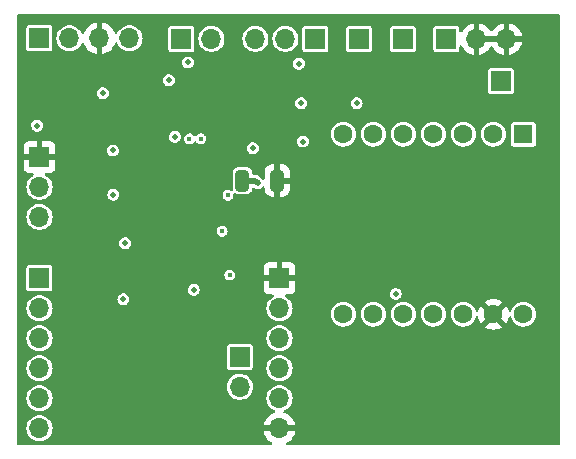
<source format=gbr>
%TF.GenerationSoftware,KiCad,Pcbnew,7.0.9*%
%TF.CreationDate,2024-04-08T13:50:44+02:00*%
%TF.ProjectId,Test_1,54657374-5f31-42e6-9b69-6361645f7063,rev?*%
%TF.SameCoordinates,Original*%
%TF.FileFunction,Copper,L4,Bot*%
%TF.FilePolarity,Positive*%
%FSLAX46Y46*%
G04 Gerber Fmt 4.6, Leading zero omitted, Abs format (unit mm)*
G04 Created by KiCad (PCBNEW 7.0.9) date 2024-04-08 13:50:44*
%MOMM*%
%LPD*%
G01*
G04 APERTURE LIST*
G04 Aperture macros list*
%AMRoundRect*
0 Rectangle with rounded corners*
0 $1 Rounding radius*
0 $2 $3 $4 $5 $6 $7 $8 $9 X,Y pos of 4 corners*
0 Add a 4 corners polygon primitive as box body*
4,1,4,$2,$3,$4,$5,$6,$7,$8,$9,$2,$3,0*
0 Add four circle primitives for the rounded corners*
1,1,$1+$1,$2,$3*
1,1,$1+$1,$4,$5*
1,1,$1+$1,$6,$7*
1,1,$1+$1,$8,$9*
0 Add four rect primitives between the rounded corners*
20,1,$1+$1,$2,$3,$4,$5,0*
20,1,$1+$1,$4,$5,$6,$7,0*
20,1,$1+$1,$6,$7,$8,$9,0*
20,1,$1+$1,$8,$9,$2,$3,0*%
G04 Aperture macros list end*
%TA.AperFunction,ComponentPad*%
%ADD10R,1.700000X1.700000*%
%TD*%
%TA.AperFunction,ComponentPad*%
%ADD11O,1.700000X1.700000*%
%TD*%
%TA.AperFunction,ComponentPad*%
%ADD12R,1.600000X1.600000*%
%TD*%
%TA.AperFunction,ComponentPad*%
%ADD13C,1.600000*%
%TD*%
%TA.AperFunction,SMDPad,CuDef*%
%ADD14RoundRect,0.250000X-0.325000X-0.650000X0.325000X-0.650000X0.325000X0.650000X-0.325000X0.650000X0*%
%TD*%
%TA.AperFunction,ViaPad*%
%ADD15C,0.500000*%
%TD*%
%TA.AperFunction,ViaPad*%
%ADD16C,0.410000*%
%TD*%
%TA.AperFunction,Conductor*%
%ADD17C,0.500000*%
%TD*%
G04 APERTURE END LIST*
D10*
%TO.P,JP1,1,A*%
%TO.N,Net-(J6-Pin_1)*%
X113200000Y-121200000D03*
D11*
%TO.P,JP1,2,C*%
%TO.N,GND*%
X115740000Y-121200000D03*
%TO.P,JP1,3,B*%
X118280000Y-121200000D03*
%TD*%
D10*
%TO.P,JP2,1,A*%
%TO.N,Net-(J5-Pin_1)*%
X102100000Y-121200000D03*
D11*
%TO.P,JP2,2,C*%
%TO.N,Net-(D1-A1)*%
X99560000Y-121200000D03*
%TO.P,JP2,3,B*%
%TO.N,Net-(J1-Pin_4)*%
X97020000Y-121200000D03*
%TD*%
D10*
%TO.P,J6,1,Pin_1*%
%TO.N,Net-(J6-Pin_1)*%
X109500000Y-121200000D03*
%TD*%
%TO.P,JP3,1,A*%
%TO.N,GND*%
X78740000Y-131200000D03*
D11*
%TO.P,JP3,2,C*%
%TO.N,Net-(JP3-C)*%
X78740000Y-133740000D03*
%TO.P,JP3,3,B*%
%TO.N,/3.3V*%
X78740000Y-136280000D03*
%TD*%
D10*
%TO.P,J5,1,Pin_1*%
%TO.N,Net-(J5-Pin_1)*%
X105800000Y-121200000D03*
%TD*%
%TO.P,J2,1,Pin_1*%
%TO.N,Net-(J2-Pin_1)*%
X95700000Y-148125000D03*
D11*
%TO.P,J2,2,Pin_2*%
%TO.N,/OUT+*%
X95700000Y-150665000D03*
%TD*%
D10*
%TO.P,J3,1,Pin_1*%
%TO.N,Net-(J3-Pin_1)*%
X90760000Y-121200000D03*
D11*
%TO.P,J3,2,Pin_2*%
%TO.N,/3.3V*%
X93300000Y-121200000D03*
%TD*%
D12*
%TO.P,U2,1,PA02_A0_D0*%
%TO.N,Net-(Q4-E)*%
X119720000Y-129280000D03*
D13*
%TO.P,U2,2,PA4_A1_D1*%
%TO.N,Net-(U2-PA4_A1_D1)*%
X117180000Y-129280000D03*
%TO.P,U2,3,PA10_A2_D2*%
%TO.N,unconnected-(U2-PA10_A2_D2-Pad3)*%
X114640000Y-129280000D03*
%TO.P,U2,4,PA11_A3_D3*%
%TO.N,unconnected-(U2-PA11_A3_D3-Pad4)*%
X112100000Y-129280000D03*
%TO.P,U2,5,PA8_A4_D4_SDA*%
%TO.N,unconnected-(U2-PA8_A4_D4_SDA-Pad5)*%
X109560000Y-129280000D03*
%TO.P,U2,6,PA9_A5_D5_SCL*%
%TO.N,unconnected-(U2-PA9_A5_D5_SCL-Pad6)*%
X107020000Y-129280000D03*
%TO.P,U2,7,PB08_A6_D6_TX*%
%TO.N,unconnected-(U2-PB08_A6_D6_TX-Pad7)*%
X104480000Y-129280000D03*
%TO.P,U2,8,PB09_A7_D7_RX*%
%TO.N,Net-(U1-NCS)*%
X104480000Y-144520000D03*
%TO.P,U2,9,PA7_A8_D8_SCK*%
%TO.N,Net-(U1-SCK)*%
X107020000Y-144520000D03*
%TO.P,U2,10,PA5_A9_D9_MISO*%
%TO.N,Net-(U1-SDO)*%
X109560000Y-144520000D03*
%TO.P,U2,11,PA6_A10_D10_MOSI*%
%TO.N,Net-(U1-SDI)*%
X112100000Y-144520000D03*
%TO.P,U2,12,3V3*%
%TO.N,unconnected-(U2-3V3-Pad12)*%
X114640000Y-144520000D03*
%TO.P,U2,13,GND*%
%TO.N,GND*%
X117180000Y-144520000D03*
%TO.P,U2,14,5V*%
%TO.N,/3.3V*%
X119720000Y-144520000D03*
%TD*%
D14*
%TO.P,C6,1*%
%TO.N,Net-(U1-INT)*%
X95925000Y-133200000D03*
%TO.P,C6,2*%
%TO.N,GND*%
X98875000Y-133200000D03*
%TD*%
D10*
%TO.P,J1,1,Pin_1*%
%TO.N,unconnected-(J1-Pin_1-Pad1)*%
X78740000Y-121158000D03*
D11*
%TO.P,J1,2,Pin_2*%
%TO.N,unconnected-(J1-Pin_2-Pad2)*%
X81280000Y-121158000D03*
%TO.P,J1,3,Pin_3*%
%TO.N,GND*%
X83820000Y-121158000D03*
%TO.P,J1,4,Pin_4*%
%TO.N,Net-(J1-Pin_4)*%
X86360000Y-121158000D03*
%TD*%
D10*
%TO.P,J106,1,Pin_1*%
%TO.N,GND*%
X99060000Y-141478000D03*
D11*
%TO.P,J106,2,Pin_2*%
%TO.N,unconnected-(J106-Pin_2-Pad2)*%
X99060000Y-144018000D03*
%TO.P,J106,3,Pin_3*%
%TO.N,unconnected-(J106-Pin_3-Pad3)*%
X99060000Y-146558000D03*
%TO.P,J106,4,Pin_4*%
%TO.N,unconnected-(J106-Pin_4-Pad4)*%
X99060000Y-149098000D03*
%TO.P,J106,5,Pin_5*%
%TO.N,unconnected-(J106-Pin_5-Pad5)*%
X99060000Y-151638000D03*
%TO.P,J106,6,Pin_6*%
%TO.N,GND*%
X99060000Y-154178000D03*
%TD*%
D10*
%TO.P,J4,1,Pin_1*%
%TO.N,/3.3V*%
X117790000Y-124790000D03*
%TD*%
%TO.P,J105,1,Pin_1*%
%TO.N,Net-(J105-Pin_1)*%
X78740000Y-141478000D03*
D11*
%TO.P,J105,2,Pin_2*%
%TO.N,unconnected-(J105-Pin_2-Pad2)*%
X78740000Y-144018000D03*
%TO.P,J105,3,Pin_3*%
%TO.N,unconnected-(J105-Pin_3-Pad3)*%
X78740000Y-146558000D03*
%TO.P,J105,4,Pin_4*%
%TO.N,unconnected-(J105-Pin_4-Pad4)*%
X78740000Y-149098000D03*
%TO.P,J105,5,Pin_5*%
%TO.N,unconnected-(J105-Pin_5-Pad5)*%
X78740000Y-151638000D03*
%TO.P,J105,6,Pin_6*%
%TO.N,Net-(J105-Pin_6)*%
X78740000Y-154178000D03*
%TD*%
D15*
%TO.N,Net-(Q3-G)*%
X86000000Y-138500000D03*
%TO.N,Net-(U1-SDO)*%
X108900000Y-142800000D03*
X85850000Y-143250000D03*
D16*
%TO.N,GND*%
X87850000Y-131650000D03*
X92000000Y-132300000D03*
X88850000Y-131650000D03*
X89350000Y-133650000D03*
X90450000Y-135150000D03*
X88850000Y-132300000D03*
X91000000Y-132300000D03*
X89350000Y-135150000D03*
X87850000Y-135150000D03*
X87350000Y-136350000D03*
X89350000Y-132950000D03*
X88350000Y-135750000D03*
X90450000Y-132950000D03*
X92000000Y-133650000D03*
X88350000Y-135150000D03*
X90450000Y-133650000D03*
X92000000Y-136350000D03*
X87350000Y-131650000D03*
D15*
X78550000Y-125850000D03*
D16*
X92000000Y-131650000D03*
D15*
X81200000Y-129300000D03*
D16*
X87850000Y-135750000D03*
X91000000Y-132950000D03*
X91500000Y-136350000D03*
X88350000Y-136350000D03*
X91500000Y-135150000D03*
X88350000Y-132950000D03*
D15*
X98700000Y-139000000D03*
D16*
X89900000Y-136350000D03*
X87850000Y-133650000D03*
D15*
X83150000Y-148900000D03*
D16*
X92000000Y-135150000D03*
X87850000Y-136350000D03*
X89350000Y-135750000D03*
X91500000Y-132950000D03*
X88850000Y-135150000D03*
X90450000Y-131650000D03*
X87350000Y-135750000D03*
X88850000Y-132950000D03*
X87350000Y-132300000D03*
X91000000Y-135750000D03*
X88850000Y-135750000D03*
X90450000Y-136350000D03*
X90450000Y-132300000D03*
X89900000Y-133650000D03*
X91500000Y-135750000D03*
X91000000Y-133650000D03*
X92000000Y-135750000D03*
D15*
X82900000Y-138500000D03*
X95900000Y-124200000D03*
D16*
X87850000Y-132300000D03*
X88850000Y-133650000D03*
X88850000Y-136350000D03*
X87850000Y-132950000D03*
X87350000Y-132950000D03*
X91000000Y-135150000D03*
X89900000Y-135750000D03*
X90450000Y-135750000D03*
X91500000Y-132300000D03*
X91500000Y-133650000D03*
X89900000Y-132950000D03*
X88350000Y-131650000D03*
X89350000Y-131650000D03*
X89900000Y-132300000D03*
X88350000Y-133650000D03*
X89900000Y-135150000D03*
X89900000Y-131650000D03*
X91500000Y-131650000D03*
X87350000Y-135150000D03*
X89350000Y-136350000D03*
X91000000Y-136350000D03*
X89350000Y-132300000D03*
X87350000Y-133650000D03*
X91000000Y-131650000D03*
X92000000Y-132950000D03*
X88350000Y-132300000D03*
D15*
%TO.N,Net-(Q3-G)*%
X101050000Y-129900000D03*
%TO.N,Net-(Q4-B)*%
X100900000Y-126650000D03*
X105600000Y-126650000D03*
D16*
%TO.N,Net-(U1-INT)*%
X97200000Y-133400000D03*
D15*
%TO.N,Net-(U1-SW0)*%
X90200000Y-129500000D03*
X89700000Y-124700000D03*
D16*
%TO.N,Net-(JP3-C)*%
X92400000Y-129650000D03*
D15*
X84950000Y-130650000D03*
%TO.N,Net-(J2-Pin_1)*%
X91800000Y-142450000D03*
X96800000Y-130450000D03*
%TO.N,Net-(D1-A1)*%
X85000000Y-134400000D03*
D16*
X94700000Y-134450000D03*
D15*
X100700000Y-123300000D03*
D16*
%TO.N,/OUT+*%
X94850000Y-141196000D03*
X94200000Y-137500000D03*
D15*
X78550000Y-128550000D03*
X84100000Y-125800000D03*
D16*
%TO.N,Net-(J3-Pin_1)*%
X91437198Y-129660558D03*
D15*
X91300000Y-123200000D03*
%TD*%
D17*
%TO.N,Net-(U1-INT)*%
X97000000Y-133200000D02*
X97200000Y-133400000D01*
X95925000Y-133200000D02*
X97000000Y-133200000D01*
%TD*%
%TA.AperFunction,Conductor*%
%TO.N,GND*%
G36*
X117820507Y-120990156D02*
G01*
X117780000Y-121128111D01*
X117780000Y-121271889D01*
X117820507Y-121409844D01*
X117846314Y-121450000D01*
X116173686Y-121450000D01*
X116199493Y-121409844D01*
X116240000Y-121271889D01*
X116240000Y-121128111D01*
X116199493Y-120990156D01*
X116173686Y-120950000D01*
X117846314Y-120950000D01*
X117820507Y-120990156D01*
G37*
%TD.AperFunction*%
%TA.AperFunction,Conductor*%
G36*
X122732539Y-119119685D02*
G01*
X122778294Y-119172489D01*
X122789500Y-119224000D01*
X122789500Y-155475500D01*
X122769815Y-155542539D01*
X122717011Y-155588294D01*
X122665500Y-155599500D01*
X99765283Y-155599500D01*
X99698244Y-155579815D01*
X99652489Y-155527011D01*
X99642545Y-155457853D01*
X99671570Y-155394297D01*
X99712878Y-155363118D01*
X99737578Y-155351600D01*
X99931082Y-155216105D01*
X100098105Y-155049082D01*
X100233600Y-154855578D01*
X100333429Y-154641492D01*
X100333432Y-154641486D01*
X100390636Y-154428000D01*
X99493686Y-154428000D01*
X99519493Y-154387844D01*
X99560000Y-154249889D01*
X99560000Y-154106111D01*
X99519493Y-153968156D01*
X99493686Y-153928000D01*
X100390636Y-153928000D01*
X100390635Y-153927999D01*
X100333432Y-153714513D01*
X100333429Y-153714507D01*
X100233600Y-153500422D01*
X100233599Y-153500420D01*
X100098113Y-153306926D01*
X100098108Y-153306920D01*
X99931082Y-153139894D01*
X99737578Y-153004399D01*
X99523492Y-152904570D01*
X99523477Y-152904564D01*
X99484414Y-152894097D01*
X99424754Y-152857732D01*
X99394226Y-152794885D01*
X99402521Y-152725509D01*
X99447007Y-152671632D01*
X99471710Y-152658698D01*
X99552637Y-152627348D01*
X99726041Y-152519981D01*
X99876764Y-152382579D01*
X99999673Y-152219821D01*
X100090582Y-152037250D01*
X100146397Y-151841083D01*
X100165215Y-151638000D01*
X100146397Y-151434917D01*
X100090582Y-151238750D01*
X99999673Y-151056179D01*
X99876764Y-150893421D01*
X99876762Y-150893418D01*
X99726041Y-150756019D01*
X99726039Y-150756017D01*
X99552642Y-150648655D01*
X99552635Y-150648651D01*
X99457546Y-150611814D01*
X99362456Y-150574976D01*
X99161976Y-150537500D01*
X98958024Y-150537500D01*
X98757544Y-150574976D01*
X98757541Y-150574976D01*
X98757541Y-150574977D01*
X98567364Y-150648651D01*
X98567357Y-150648655D01*
X98393960Y-150756017D01*
X98393958Y-150756019D01*
X98243237Y-150893418D01*
X98120327Y-151056178D01*
X98029422Y-151238739D01*
X98029417Y-151238752D01*
X97973602Y-151434917D01*
X97954785Y-151637999D01*
X97954785Y-151638000D01*
X97973602Y-151841082D01*
X98029417Y-152037247D01*
X98029422Y-152037260D01*
X98120327Y-152219821D01*
X98243237Y-152382581D01*
X98393958Y-152519980D01*
X98393960Y-152519982D01*
X98493141Y-152581392D01*
X98567363Y-152627348D01*
X98648283Y-152658696D01*
X98703685Y-152701269D01*
X98727276Y-152767035D01*
X98711565Y-152835116D01*
X98661542Y-152883895D01*
X98635586Y-152894097D01*
X98596519Y-152904565D01*
X98596507Y-152904570D01*
X98382422Y-153004399D01*
X98382420Y-153004400D01*
X98188926Y-153139886D01*
X98188920Y-153139891D01*
X98021891Y-153306920D01*
X98021886Y-153306926D01*
X97886400Y-153500420D01*
X97886399Y-153500422D01*
X97786570Y-153714507D01*
X97786567Y-153714513D01*
X97729364Y-153927999D01*
X97729364Y-153928000D01*
X98626314Y-153928000D01*
X98600507Y-153968156D01*
X98560000Y-154106111D01*
X98560000Y-154249889D01*
X98600507Y-154387844D01*
X98626314Y-154428000D01*
X97729364Y-154428000D01*
X97786567Y-154641486D01*
X97786570Y-154641492D01*
X97886399Y-154855578D01*
X98021894Y-155049082D01*
X98188917Y-155216105D01*
X98382421Y-155351600D01*
X98407122Y-155363118D01*
X98459561Y-155409290D01*
X98478713Y-155476484D01*
X98458497Y-155543365D01*
X98405332Y-155588700D01*
X98354717Y-155599500D01*
X76934500Y-155599500D01*
X76867461Y-155579815D01*
X76821706Y-155527011D01*
X76810500Y-155475500D01*
X76810500Y-154178000D01*
X77634785Y-154178000D01*
X77653602Y-154381082D01*
X77709417Y-154577247D01*
X77709422Y-154577260D01*
X77800327Y-154759821D01*
X77923237Y-154922581D01*
X78073958Y-155059980D01*
X78073960Y-155059982D01*
X78173141Y-155121392D01*
X78247363Y-155167348D01*
X78437544Y-155241024D01*
X78638024Y-155278500D01*
X78638026Y-155278500D01*
X78841974Y-155278500D01*
X78841976Y-155278500D01*
X79042456Y-155241024D01*
X79232637Y-155167348D01*
X79406041Y-155059981D01*
X79556764Y-154922579D01*
X79679673Y-154759821D01*
X79770582Y-154577250D01*
X79826397Y-154381083D01*
X79845215Y-154178000D01*
X79826397Y-153974917D01*
X79770582Y-153778750D01*
X79679673Y-153596179D01*
X79556764Y-153433421D01*
X79556762Y-153433418D01*
X79406041Y-153296019D01*
X79406039Y-153296017D01*
X79232642Y-153188655D01*
X79232635Y-153188651D01*
X79106769Y-153139891D01*
X79042456Y-153114976D01*
X78841976Y-153077500D01*
X78638024Y-153077500D01*
X78437544Y-153114976D01*
X78437541Y-153114976D01*
X78437541Y-153114977D01*
X78247364Y-153188651D01*
X78247357Y-153188655D01*
X78073960Y-153296017D01*
X78073958Y-153296019D01*
X77923237Y-153433418D01*
X77800327Y-153596178D01*
X77709422Y-153778739D01*
X77709417Y-153778752D01*
X77653602Y-153974917D01*
X77634785Y-154177999D01*
X77634785Y-154178000D01*
X76810500Y-154178000D01*
X76810500Y-151638000D01*
X77634785Y-151638000D01*
X77653602Y-151841082D01*
X77709417Y-152037247D01*
X77709422Y-152037260D01*
X77800327Y-152219821D01*
X77923237Y-152382581D01*
X78073958Y-152519980D01*
X78073960Y-152519982D01*
X78173141Y-152581392D01*
X78247363Y-152627348D01*
X78437544Y-152701024D01*
X78638024Y-152738500D01*
X78638026Y-152738500D01*
X78841974Y-152738500D01*
X78841976Y-152738500D01*
X79042456Y-152701024D01*
X79232637Y-152627348D01*
X79406041Y-152519981D01*
X79556764Y-152382579D01*
X79679673Y-152219821D01*
X79770582Y-152037250D01*
X79826397Y-151841083D01*
X79845215Y-151638000D01*
X79826397Y-151434917D01*
X79770582Y-151238750D01*
X79679673Y-151056179D01*
X79556764Y-150893421D01*
X79556762Y-150893418D01*
X79406041Y-150756019D01*
X79406039Y-150756017D01*
X79259040Y-150665000D01*
X94594785Y-150665000D01*
X94613602Y-150868082D01*
X94669417Y-151064247D01*
X94669422Y-151064260D01*
X94760327Y-151246821D01*
X94883237Y-151409581D01*
X95033958Y-151546980D01*
X95033960Y-151546982D01*
X95133141Y-151608392D01*
X95207363Y-151654348D01*
X95397544Y-151728024D01*
X95598024Y-151765500D01*
X95598026Y-151765500D01*
X95801974Y-151765500D01*
X95801976Y-151765500D01*
X96002456Y-151728024D01*
X96192637Y-151654348D01*
X96366041Y-151546981D01*
X96516764Y-151409579D01*
X96639673Y-151246821D01*
X96730582Y-151064250D01*
X96786397Y-150868083D01*
X96805215Y-150665000D01*
X96803700Y-150648655D01*
X96786397Y-150461917D01*
X96730582Y-150265750D01*
X96639673Y-150083179D01*
X96516764Y-149920421D01*
X96516762Y-149920418D01*
X96366041Y-149783019D01*
X96366039Y-149783017D01*
X96192642Y-149675655D01*
X96192635Y-149675651D01*
X96097546Y-149638814D01*
X96002456Y-149601976D01*
X95801976Y-149564500D01*
X95598024Y-149564500D01*
X95397544Y-149601976D01*
X95397541Y-149601976D01*
X95397541Y-149601977D01*
X95207364Y-149675651D01*
X95207357Y-149675655D01*
X95033960Y-149783017D01*
X95033958Y-149783019D01*
X94883237Y-149920418D01*
X94760327Y-150083178D01*
X94669422Y-150265739D01*
X94669417Y-150265752D01*
X94613602Y-150461917D01*
X94594785Y-150664999D01*
X94594785Y-150665000D01*
X79259040Y-150665000D01*
X79232642Y-150648655D01*
X79232635Y-150648651D01*
X79137546Y-150611814D01*
X79042456Y-150574976D01*
X78841976Y-150537500D01*
X78638024Y-150537500D01*
X78437544Y-150574976D01*
X78437541Y-150574976D01*
X78437541Y-150574977D01*
X78247364Y-150648651D01*
X78247357Y-150648655D01*
X78073960Y-150756017D01*
X78073958Y-150756019D01*
X77923237Y-150893418D01*
X77800327Y-151056178D01*
X77709422Y-151238739D01*
X77709417Y-151238752D01*
X77653602Y-151434917D01*
X77634785Y-151637999D01*
X77634785Y-151638000D01*
X76810500Y-151638000D01*
X76810500Y-149098000D01*
X77634785Y-149098000D01*
X77653602Y-149301082D01*
X77709417Y-149497247D01*
X77709422Y-149497260D01*
X77800327Y-149679821D01*
X77923237Y-149842581D01*
X78073958Y-149979980D01*
X78073960Y-149979982D01*
X78173141Y-150041392D01*
X78247363Y-150087348D01*
X78437544Y-150161024D01*
X78638024Y-150198500D01*
X78638026Y-150198500D01*
X78841974Y-150198500D01*
X78841976Y-150198500D01*
X79042456Y-150161024D01*
X79232637Y-150087348D01*
X79406041Y-149979981D01*
X79556764Y-149842579D01*
X79679673Y-149679821D01*
X79770582Y-149497250D01*
X79826397Y-149301083D01*
X79845215Y-149098000D01*
X79836104Y-148999678D01*
X94599500Y-148999678D01*
X94614032Y-149072735D01*
X94614033Y-149072739D01*
X94614034Y-149072740D01*
X94669399Y-149155601D01*
X94752260Y-149210966D01*
X94752264Y-149210967D01*
X94825321Y-149225499D01*
X94825324Y-149225500D01*
X94825326Y-149225500D01*
X96574676Y-149225500D01*
X96574677Y-149225499D01*
X96647740Y-149210966D01*
X96730601Y-149155601D01*
X96769088Y-149098000D01*
X97954785Y-149098000D01*
X97973602Y-149301082D01*
X98029417Y-149497247D01*
X98029422Y-149497260D01*
X98120327Y-149679821D01*
X98243237Y-149842581D01*
X98393958Y-149979980D01*
X98393960Y-149979982D01*
X98493141Y-150041392D01*
X98567363Y-150087348D01*
X98757544Y-150161024D01*
X98958024Y-150198500D01*
X98958026Y-150198500D01*
X99161974Y-150198500D01*
X99161976Y-150198500D01*
X99362456Y-150161024D01*
X99552637Y-150087348D01*
X99726041Y-149979981D01*
X99876764Y-149842579D01*
X99999673Y-149679821D01*
X100090582Y-149497250D01*
X100146397Y-149301083D01*
X100165215Y-149098000D01*
X100146397Y-148894917D01*
X100090582Y-148698750D01*
X99999673Y-148516179D01*
X99876764Y-148353421D01*
X99876762Y-148353418D01*
X99726041Y-148216019D01*
X99726039Y-148216017D01*
X99552642Y-148108655D01*
X99552635Y-148108651D01*
X99457546Y-148071814D01*
X99362456Y-148034976D01*
X99161976Y-147997500D01*
X98958024Y-147997500D01*
X98757544Y-148034976D01*
X98757541Y-148034976D01*
X98757541Y-148034977D01*
X98567364Y-148108651D01*
X98567357Y-148108655D01*
X98393960Y-148216017D01*
X98393958Y-148216019D01*
X98243237Y-148353418D01*
X98120327Y-148516178D01*
X98029422Y-148698739D01*
X98029417Y-148698752D01*
X97973602Y-148894917D01*
X97954785Y-149097999D01*
X97954785Y-149098000D01*
X96769088Y-149098000D01*
X96785966Y-149072740D01*
X96800500Y-148999674D01*
X96800500Y-147250326D01*
X96800500Y-147250323D01*
X96800499Y-147250321D01*
X96785967Y-147177264D01*
X96785966Y-147177260D01*
X96760950Y-147139821D01*
X96730601Y-147094399D01*
X96647740Y-147039034D01*
X96647739Y-147039033D01*
X96647735Y-147039032D01*
X96574677Y-147024500D01*
X96574674Y-147024500D01*
X94825326Y-147024500D01*
X94825323Y-147024500D01*
X94752264Y-147039032D01*
X94752260Y-147039033D01*
X94669399Y-147094399D01*
X94614033Y-147177260D01*
X94614032Y-147177264D01*
X94599500Y-147250321D01*
X94599500Y-148999678D01*
X79836104Y-148999678D01*
X79826397Y-148894917D01*
X79770582Y-148698750D01*
X79679673Y-148516179D01*
X79556764Y-148353421D01*
X79556762Y-148353418D01*
X79406041Y-148216019D01*
X79406039Y-148216017D01*
X79232642Y-148108655D01*
X79232635Y-148108651D01*
X79137546Y-148071814D01*
X79042456Y-148034976D01*
X78841976Y-147997500D01*
X78638024Y-147997500D01*
X78437544Y-148034976D01*
X78437541Y-148034976D01*
X78437541Y-148034977D01*
X78247364Y-148108651D01*
X78247357Y-148108655D01*
X78073960Y-148216017D01*
X78073958Y-148216019D01*
X77923237Y-148353418D01*
X77800327Y-148516178D01*
X77709422Y-148698739D01*
X77709417Y-148698752D01*
X77653602Y-148894917D01*
X77634785Y-149097999D01*
X77634785Y-149098000D01*
X76810500Y-149098000D01*
X76810500Y-146558000D01*
X77634785Y-146558000D01*
X77653602Y-146761082D01*
X77709417Y-146957247D01*
X77709422Y-146957260D01*
X77800327Y-147139821D01*
X77923237Y-147302581D01*
X78073958Y-147439980D01*
X78073960Y-147439982D01*
X78173141Y-147501392D01*
X78247363Y-147547348D01*
X78437544Y-147621024D01*
X78638024Y-147658500D01*
X78638026Y-147658500D01*
X78841974Y-147658500D01*
X78841976Y-147658500D01*
X79042456Y-147621024D01*
X79232637Y-147547348D01*
X79406041Y-147439981D01*
X79556764Y-147302579D01*
X79679673Y-147139821D01*
X79770582Y-146957250D01*
X79826397Y-146761083D01*
X79845215Y-146558000D01*
X97954785Y-146558000D01*
X97973602Y-146761082D01*
X98029417Y-146957247D01*
X98029422Y-146957260D01*
X98120327Y-147139821D01*
X98243237Y-147302581D01*
X98393958Y-147439980D01*
X98393960Y-147439982D01*
X98493141Y-147501392D01*
X98567363Y-147547348D01*
X98757544Y-147621024D01*
X98958024Y-147658500D01*
X98958026Y-147658500D01*
X99161974Y-147658500D01*
X99161976Y-147658500D01*
X99362456Y-147621024D01*
X99552637Y-147547348D01*
X99726041Y-147439981D01*
X99876764Y-147302579D01*
X99999673Y-147139821D01*
X100090582Y-146957250D01*
X100146397Y-146761083D01*
X100165215Y-146558000D01*
X100146397Y-146354917D01*
X100090582Y-146158750D01*
X99999673Y-145976179D01*
X99940704Y-145898091D01*
X99876762Y-145813418D01*
X99726041Y-145676019D01*
X99726039Y-145676017D01*
X99552642Y-145568655D01*
X99552635Y-145568651D01*
X99457546Y-145531814D01*
X99362456Y-145494976D01*
X99161976Y-145457500D01*
X98958024Y-145457500D01*
X98757544Y-145494976D01*
X98757541Y-145494976D01*
X98757541Y-145494977D01*
X98567364Y-145568651D01*
X98567357Y-145568655D01*
X98393960Y-145676017D01*
X98393958Y-145676019D01*
X98243237Y-145813418D01*
X98120327Y-145976178D01*
X98029422Y-146158739D01*
X98029417Y-146158752D01*
X97973602Y-146354917D01*
X97954785Y-146557999D01*
X97954785Y-146558000D01*
X79845215Y-146558000D01*
X79826397Y-146354917D01*
X79770582Y-146158750D01*
X79679673Y-145976179D01*
X79620704Y-145898091D01*
X79556762Y-145813418D01*
X79406041Y-145676019D01*
X79406039Y-145676017D01*
X79232642Y-145568655D01*
X79232635Y-145568651D01*
X79137546Y-145531814D01*
X79042456Y-145494976D01*
X78841976Y-145457500D01*
X78638024Y-145457500D01*
X78437544Y-145494976D01*
X78437541Y-145494976D01*
X78437541Y-145494977D01*
X78247364Y-145568651D01*
X78247357Y-145568655D01*
X78073960Y-145676017D01*
X78073958Y-145676019D01*
X77923237Y-145813418D01*
X77800327Y-145976178D01*
X77709422Y-146158739D01*
X77709417Y-146158752D01*
X77653602Y-146354917D01*
X77634785Y-146557999D01*
X77634785Y-146558000D01*
X76810500Y-146558000D01*
X76810500Y-144018000D01*
X77634785Y-144018000D01*
X77653602Y-144221082D01*
X77709417Y-144417247D01*
X77709422Y-144417260D01*
X77800327Y-144599821D01*
X77923237Y-144762581D01*
X78073958Y-144899980D01*
X78073960Y-144899982D01*
X78112678Y-144923955D01*
X78247363Y-145007348D01*
X78437544Y-145081024D01*
X78638024Y-145118500D01*
X78638026Y-145118500D01*
X78841974Y-145118500D01*
X78841976Y-145118500D01*
X79042456Y-145081024D01*
X79232637Y-145007348D01*
X79406041Y-144899981D01*
X79556764Y-144762579D01*
X79679673Y-144599821D01*
X79770582Y-144417250D01*
X79826397Y-144221083D01*
X79845215Y-144018000D01*
X79837389Y-143933547D01*
X79826397Y-143814917D01*
X79814638Y-143773589D01*
X79770582Y-143618750D01*
X79679673Y-143436179D01*
X79577213Y-143300500D01*
X79556762Y-143273418D01*
X79531073Y-143250000D01*
X85344353Y-143250000D01*
X85364834Y-143392456D01*
X85386992Y-143440974D01*
X85424623Y-143523373D01*
X85518872Y-143632143D01*
X85639947Y-143709953D01*
X85639950Y-143709954D01*
X85639949Y-143709954D01*
X85778036Y-143750499D01*
X85778038Y-143750500D01*
X85778039Y-143750500D01*
X85921962Y-143750500D01*
X85921962Y-143750499D01*
X86060053Y-143709953D01*
X86181128Y-143632143D01*
X86275377Y-143523373D01*
X86335165Y-143392457D01*
X86355647Y-143250000D01*
X86335165Y-143107543D01*
X86275377Y-142976627D01*
X86181128Y-142867857D01*
X86060053Y-142790047D01*
X86060051Y-142790046D01*
X86060049Y-142790045D01*
X86060050Y-142790045D01*
X85921963Y-142749500D01*
X85921961Y-142749500D01*
X85778039Y-142749500D01*
X85778036Y-142749500D01*
X85639949Y-142790045D01*
X85518873Y-142867856D01*
X85424623Y-142976626D01*
X85424622Y-142976628D01*
X85364834Y-143107543D01*
X85344353Y-143250000D01*
X79531073Y-143250000D01*
X79406041Y-143136019D01*
X79406039Y-143136017D01*
X79232642Y-143028655D01*
X79232635Y-143028651D01*
X79137546Y-142991814D01*
X79042456Y-142954976D01*
X78841976Y-142917500D01*
X78638024Y-142917500D01*
X78437544Y-142954976D01*
X78437541Y-142954976D01*
X78437541Y-142954977D01*
X78247364Y-143028651D01*
X78247357Y-143028655D01*
X78073960Y-143136017D01*
X78073958Y-143136019D01*
X77923237Y-143273418D01*
X77800327Y-143436178D01*
X77709422Y-143618739D01*
X77709417Y-143618752D01*
X77653602Y-143814917D01*
X77634785Y-144017999D01*
X77634785Y-144018000D01*
X76810500Y-144018000D01*
X76810500Y-142352678D01*
X77639500Y-142352678D01*
X77654032Y-142425735D01*
X77654033Y-142425739D01*
X77654034Y-142425740D01*
X77709399Y-142508601D01*
X77792260Y-142563966D01*
X77792264Y-142563967D01*
X77865321Y-142578499D01*
X77865324Y-142578500D01*
X77865326Y-142578500D01*
X79614676Y-142578500D01*
X79614677Y-142578499D01*
X79687740Y-142563966D01*
X79770601Y-142508601D01*
X79809756Y-142450000D01*
X91294353Y-142450000D01*
X91314834Y-142592456D01*
X91344559Y-142657543D01*
X91374623Y-142723373D01*
X91468872Y-142832143D01*
X91589947Y-142909953D01*
X91589950Y-142909954D01*
X91589949Y-142909954D01*
X91728036Y-142950499D01*
X91728038Y-142950500D01*
X91728039Y-142950500D01*
X91871962Y-142950500D01*
X91871962Y-142950499D01*
X92010053Y-142909953D01*
X92131128Y-142832143D01*
X92225377Y-142723373D01*
X92285165Y-142592457D01*
X92305647Y-142450000D01*
X92294985Y-142375844D01*
X97710000Y-142375844D01*
X97716401Y-142435372D01*
X97716403Y-142435379D01*
X97766645Y-142570086D01*
X97766649Y-142570093D01*
X97852809Y-142685187D01*
X97852812Y-142685190D01*
X97967906Y-142771350D01*
X97967913Y-142771354D01*
X98102620Y-142821596D01*
X98102627Y-142821598D01*
X98162155Y-142827999D01*
X98162172Y-142828000D01*
X98455612Y-142828000D01*
X98522651Y-142847685D01*
X98568406Y-142900489D01*
X98578350Y-142969647D01*
X98549325Y-143033203D01*
X98520889Y-143057427D01*
X98393960Y-143136017D01*
X98393958Y-143136019D01*
X98243237Y-143273418D01*
X98120327Y-143436178D01*
X98029422Y-143618739D01*
X98029417Y-143618752D01*
X97973602Y-143814917D01*
X97954785Y-144017999D01*
X97954785Y-144018000D01*
X97973602Y-144221082D01*
X98029417Y-144417247D01*
X98029422Y-144417260D01*
X98120327Y-144599821D01*
X98243237Y-144762581D01*
X98393958Y-144899980D01*
X98393960Y-144899982D01*
X98432678Y-144923955D01*
X98567363Y-145007348D01*
X98757544Y-145081024D01*
X98958024Y-145118500D01*
X98958026Y-145118500D01*
X99161974Y-145118500D01*
X99161976Y-145118500D01*
X99362456Y-145081024D01*
X99552637Y-145007348D01*
X99726041Y-144899981D01*
X99876764Y-144762579D01*
X99999673Y-144599821D01*
X100039419Y-144520000D01*
X103424417Y-144520000D01*
X103444699Y-144725932D01*
X103474734Y-144824944D01*
X103504768Y-144923954D01*
X103602315Y-145106450D01*
X103602317Y-145106452D01*
X103733589Y-145266410D01*
X103830209Y-145345702D01*
X103893550Y-145397685D01*
X104076046Y-145495232D01*
X104274066Y-145555300D01*
X104274065Y-145555300D01*
X104292529Y-145557118D01*
X104480000Y-145575583D01*
X104685934Y-145555300D01*
X104883954Y-145495232D01*
X105066450Y-145397685D01*
X105226410Y-145266410D01*
X105357685Y-145106450D01*
X105455232Y-144923954D01*
X105515300Y-144725934D01*
X105535583Y-144520000D01*
X105964417Y-144520000D01*
X105984699Y-144725932D01*
X106014734Y-144824944D01*
X106044768Y-144923954D01*
X106142315Y-145106450D01*
X106142317Y-145106452D01*
X106273589Y-145266410D01*
X106370209Y-145345702D01*
X106433550Y-145397685D01*
X106616046Y-145495232D01*
X106814066Y-145555300D01*
X106814065Y-145555300D01*
X106832529Y-145557118D01*
X107020000Y-145575583D01*
X107225934Y-145555300D01*
X107423954Y-145495232D01*
X107606450Y-145397685D01*
X107766410Y-145266410D01*
X107897685Y-145106450D01*
X107995232Y-144923954D01*
X108055300Y-144725934D01*
X108075583Y-144520000D01*
X108504417Y-144520000D01*
X108524699Y-144725932D01*
X108554734Y-144824944D01*
X108584768Y-144923954D01*
X108682315Y-145106450D01*
X108682317Y-145106452D01*
X108813589Y-145266410D01*
X108910209Y-145345702D01*
X108973550Y-145397685D01*
X109156046Y-145495232D01*
X109354066Y-145555300D01*
X109354065Y-145555300D01*
X109372529Y-145557118D01*
X109560000Y-145575583D01*
X109765934Y-145555300D01*
X109963954Y-145495232D01*
X110146450Y-145397685D01*
X110306410Y-145266410D01*
X110437685Y-145106450D01*
X110535232Y-144923954D01*
X110595300Y-144725934D01*
X110615583Y-144520000D01*
X111044417Y-144520000D01*
X111064699Y-144725932D01*
X111094734Y-144824944D01*
X111124768Y-144923954D01*
X111222315Y-145106450D01*
X111222317Y-145106452D01*
X111353589Y-145266410D01*
X111450209Y-145345702D01*
X111513550Y-145397685D01*
X111696046Y-145495232D01*
X111894066Y-145555300D01*
X111894065Y-145555300D01*
X111912529Y-145557118D01*
X112100000Y-145575583D01*
X112305934Y-145555300D01*
X112503954Y-145495232D01*
X112686450Y-145397685D01*
X112846410Y-145266410D01*
X112977685Y-145106450D01*
X113075232Y-144923954D01*
X113135300Y-144725934D01*
X113155583Y-144520000D01*
X113584417Y-144520000D01*
X113604699Y-144725932D01*
X113634734Y-144824944D01*
X113664768Y-144923954D01*
X113762315Y-145106450D01*
X113762317Y-145106452D01*
X113893589Y-145266410D01*
X113990209Y-145345702D01*
X114053550Y-145397685D01*
X114236046Y-145495232D01*
X114434066Y-145555300D01*
X114434065Y-145555300D01*
X114452529Y-145557118D01*
X114640000Y-145575583D01*
X114845934Y-145555300D01*
X115043954Y-145495232D01*
X115226450Y-145397685D01*
X115386410Y-145266410D01*
X115517685Y-145106450D01*
X115615232Y-144923954D01*
X115662891Y-144766839D01*
X115701187Y-144708403D01*
X115764999Y-144679946D01*
X115834066Y-144690505D01*
X115886460Y-144736729D01*
X115901326Y-144770742D01*
X115953731Y-144966319D01*
X115953734Y-144966326D01*
X116049865Y-145172481D01*
X116049866Y-145172483D01*
X116100973Y-145245471D01*
X116100974Y-145245472D01*
X116696922Y-144649523D01*
X116720507Y-144729844D01*
X116798239Y-144850798D01*
X116906900Y-144944952D01*
X117037685Y-145004680D01*
X117047466Y-145006086D01*
X116454526Y-145599025D01*
X116454526Y-145599026D01*
X116527512Y-145650131D01*
X116527516Y-145650133D01*
X116733673Y-145746265D01*
X116733682Y-145746269D01*
X116953389Y-145805139D01*
X116953400Y-145805141D01*
X117179998Y-145824966D01*
X117180002Y-145824966D01*
X117406599Y-145805141D01*
X117406610Y-145805139D01*
X117626317Y-145746269D01*
X117626331Y-145746264D01*
X117832478Y-145650136D01*
X117905472Y-145599025D01*
X117312534Y-145006086D01*
X117322315Y-145004680D01*
X117453100Y-144944952D01*
X117561761Y-144850798D01*
X117639493Y-144729844D01*
X117663076Y-144649523D01*
X118259025Y-145245472D01*
X118310136Y-145172478D01*
X118406264Y-144966331D01*
X118406269Y-144966317D01*
X118458673Y-144770743D01*
X118495038Y-144711082D01*
X118557885Y-144680553D01*
X118627260Y-144688848D01*
X118681138Y-144733333D01*
X118697108Y-144766840D01*
X118744768Y-144923954D01*
X118842315Y-145106450D01*
X118842317Y-145106452D01*
X118973589Y-145266410D01*
X119070209Y-145345702D01*
X119133550Y-145397685D01*
X119316046Y-145495232D01*
X119514066Y-145555300D01*
X119514065Y-145555300D01*
X119532529Y-145557118D01*
X119720000Y-145575583D01*
X119925934Y-145555300D01*
X120123954Y-145495232D01*
X120306450Y-145397685D01*
X120466410Y-145266410D01*
X120597685Y-145106450D01*
X120695232Y-144923954D01*
X120755300Y-144725934D01*
X120775583Y-144520000D01*
X120755300Y-144314066D01*
X120695232Y-144116046D01*
X120597685Y-143933550D01*
X120500326Y-143814917D01*
X120466410Y-143773589D01*
X120306452Y-143642317D01*
X120306453Y-143642317D01*
X120306450Y-143642315D01*
X120123954Y-143544768D01*
X119925934Y-143484700D01*
X119925932Y-143484699D01*
X119925934Y-143484699D01*
X119720000Y-143464417D01*
X119514067Y-143484699D01*
X119316043Y-143544769D01*
X119205898Y-143603643D01*
X119133550Y-143642315D01*
X119133548Y-143642316D01*
X119133547Y-143642317D01*
X118973589Y-143773589D01*
X118842317Y-143933547D01*
X118744769Y-144116043D01*
X118697109Y-144273158D01*
X118658811Y-144331597D01*
X118594999Y-144360053D01*
X118525932Y-144349493D01*
X118473538Y-144303269D01*
X118458673Y-144269256D01*
X118406269Y-144073682D01*
X118406265Y-144073673D01*
X118310133Y-143867516D01*
X118310131Y-143867512D01*
X118259026Y-143794526D01*
X118259025Y-143794526D01*
X117663076Y-144390475D01*
X117639493Y-144310156D01*
X117561761Y-144189202D01*
X117453100Y-144095048D01*
X117322315Y-144035320D01*
X117312533Y-144033913D01*
X117905472Y-143440974D01*
X117905471Y-143440973D01*
X117832483Y-143389866D01*
X117832481Y-143389865D01*
X117626326Y-143293734D01*
X117626317Y-143293730D01*
X117406610Y-143234860D01*
X117406599Y-143234858D01*
X117180002Y-143215034D01*
X117179998Y-143215034D01*
X116953400Y-143234858D01*
X116953389Y-143234860D01*
X116733682Y-143293730D01*
X116733673Y-143293734D01*
X116527513Y-143389868D01*
X116454527Y-143440972D01*
X116454526Y-143440973D01*
X117047467Y-144033913D01*
X117037685Y-144035320D01*
X116906900Y-144095048D01*
X116798239Y-144189202D01*
X116720507Y-144310156D01*
X116696923Y-144390476D01*
X116100973Y-143794526D01*
X116100972Y-143794527D01*
X116049868Y-143867513D01*
X115953734Y-144073673D01*
X115953731Y-144073680D01*
X115901326Y-144269257D01*
X115864961Y-144328917D01*
X115802113Y-144359446D01*
X115732738Y-144351151D01*
X115678860Y-144306666D01*
X115662892Y-144273162D01*
X115615232Y-144116046D01*
X115517685Y-143933550D01*
X115420326Y-143814917D01*
X115386410Y-143773589D01*
X115226452Y-143642317D01*
X115226453Y-143642317D01*
X115226450Y-143642315D01*
X115043954Y-143544768D01*
X114845934Y-143484700D01*
X114845932Y-143484699D01*
X114845934Y-143484699D01*
X114640000Y-143464417D01*
X114434067Y-143484699D01*
X114236043Y-143544769D01*
X114125898Y-143603643D01*
X114053550Y-143642315D01*
X114053548Y-143642316D01*
X114053547Y-143642317D01*
X113893589Y-143773589D01*
X113762317Y-143933547D01*
X113664769Y-144116043D01*
X113604699Y-144314067D01*
X113584417Y-144520000D01*
X113155583Y-144520000D01*
X113135300Y-144314066D01*
X113075232Y-144116046D01*
X112977685Y-143933550D01*
X112880326Y-143814917D01*
X112846410Y-143773589D01*
X112686452Y-143642317D01*
X112686453Y-143642317D01*
X112686450Y-143642315D01*
X112503954Y-143544768D01*
X112305934Y-143484700D01*
X112305932Y-143484699D01*
X112305934Y-143484699D01*
X112100000Y-143464417D01*
X111894067Y-143484699D01*
X111696043Y-143544769D01*
X111585898Y-143603643D01*
X111513550Y-143642315D01*
X111513548Y-143642316D01*
X111513547Y-143642317D01*
X111353589Y-143773589D01*
X111222317Y-143933547D01*
X111124769Y-144116043D01*
X111064699Y-144314067D01*
X111044417Y-144520000D01*
X110615583Y-144520000D01*
X110595300Y-144314066D01*
X110535232Y-144116046D01*
X110437685Y-143933550D01*
X110340326Y-143814917D01*
X110306410Y-143773589D01*
X110146452Y-143642317D01*
X110146453Y-143642317D01*
X110146450Y-143642315D01*
X109963954Y-143544768D01*
X109765934Y-143484700D01*
X109765932Y-143484699D01*
X109765934Y-143484699D01*
X109560000Y-143464417D01*
X109354067Y-143484699D01*
X109156043Y-143544769D01*
X109045898Y-143603643D01*
X108973550Y-143642315D01*
X108973548Y-143642316D01*
X108973547Y-143642317D01*
X108813589Y-143773589D01*
X108682317Y-143933547D01*
X108584769Y-144116043D01*
X108524699Y-144314067D01*
X108504417Y-144520000D01*
X108075583Y-144520000D01*
X108055300Y-144314066D01*
X107995232Y-144116046D01*
X107897685Y-143933550D01*
X107800326Y-143814917D01*
X107766410Y-143773589D01*
X107606452Y-143642317D01*
X107606453Y-143642317D01*
X107606450Y-143642315D01*
X107423954Y-143544768D01*
X107225934Y-143484700D01*
X107225932Y-143484699D01*
X107225934Y-143484699D01*
X107020000Y-143464417D01*
X106814067Y-143484699D01*
X106616043Y-143544769D01*
X106505898Y-143603643D01*
X106433550Y-143642315D01*
X106433548Y-143642316D01*
X106433547Y-143642317D01*
X106273589Y-143773589D01*
X106142317Y-143933547D01*
X106044769Y-144116043D01*
X105984699Y-144314067D01*
X105964417Y-144520000D01*
X105535583Y-144520000D01*
X105515300Y-144314066D01*
X105455232Y-144116046D01*
X105357685Y-143933550D01*
X105260326Y-143814917D01*
X105226410Y-143773589D01*
X105066452Y-143642317D01*
X105066453Y-143642317D01*
X105066450Y-143642315D01*
X104883954Y-143544768D01*
X104685934Y-143484700D01*
X104685932Y-143484699D01*
X104685934Y-143484699D01*
X104480000Y-143464417D01*
X104274067Y-143484699D01*
X104076043Y-143544769D01*
X103965898Y-143603643D01*
X103893550Y-143642315D01*
X103893548Y-143642316D01*
X103893547Y-143642317D01*
X103733589Y-143773589D01*
X103602317Y-143933547D01*
X103504769Y-144116043D01*
X103444699Y-144314067D01*
X103424417Y-144520000D01*
X100039419Y-144520000D01*
X100090582Y-144417250D01*
X100146397Y-144221083D01*
X100165215Y-144018000D01*
X100157389Y-143933547D01*
X100146397Y-143814917D01*
X100134638Y-143773589D01*
X100090582Y-143618750D01*
X99999673Y-143436179D01*
X99897213Y-143300500D01*
X99876762Y-143273418D01*
X99726041Y-143136019D01*
X99726039Y-143136017D01*
X99599111Y-143057427D01*
X99552475Y-143005399D01*
X99541371Y-142936417D01*
X99569324Y-142872383D01*
X99627459Y-142833627D01*
X99664388Y-142828000D01*
X99957828Y-142828000D01*
X99957844Y-142827999D01*
X100017372Y-142821598D01*
X100017379Y-142821596D01*
X100075281Y-142800000D01*
X108394353Y-142800000D01*
X108414834Y-142942456D01*
X108474622Y-143073371D01*
X108474623Y-143073373D01*
X108568872Y-143182143D01*
X108689947Y-143259953D01*
X108689950Y-143259954D01*
X108689949Y-143259954D01*
X108828036Y-143300499D01*
X108828038Y-143300500D01*
X108828039Y-143300500D01*
X108971962Y-143300500D01*
X108971962Y-143300499D01*
X109110053Y-143259953D01*
X109231128Y-143182143D01*
X109325377Y-143073373D01*
X109385165Y-142942457D01*
X109405647Y-142800000D01*
X109385165Y-142657543D01*
X109325377Y-142526627D01*
X109231128Y-142417857D01*
X109110053Y-142340047D01*
X109110051Y-142340046D01*
X109110049Y-142340045D01*
X109110050Y-142340045D01*
X108971963Y-142299500D01*
X108971961Y-142299500D01*
X108828039Y-142299500D01*
X108828036Y-142299500D01*
X108689949Y-142340045D01*
X108568873Y-142417856D01*
X108474623Y-142526626D01*
X108474622Y-142526628D01*
X108414834Y-142657543D01*
X108394353Y-142800000D01*
X100075281Y-142800000D01*
X100152086Y-142771354D01*
X100152093Y-142771350D01*
X100267187Y-142685190D01*
X100267190Y-142685187D01*
X100353350Y-142570093D01*
X100353354Y-142570086D01*
X100403596Y-142435379D01*
X100403598Y-142435372D01*
X100409999Y-142375844D01*
X100410000Y-142375827D01*
X100410000Y-141728000D01*
X99493686Y-141728000D01*
X99519493Y-141687844D01*
X99560000Y-141549889D01*
X99560000Y-141406111D01*
X99519493Y-141268156D01*
X99493686Y-141228000D01*
X100410000Y-141228000D01*
X100410000Y-140580172D01*
X100409999Y-140580155D01*
X100403598Y-140520627D01*
X100403596Y-140520620D01*
X100353354Y-140385913D01*
X100353350Y-140385906D01*
X100267190Y-140270812D01*
X100267187Y-140270809D01*
X100152093Y-140184649D01*
X100152086Y-140184645D01*
X100017379Y-140134403D01*
X100017372Y-140134401D01*
X99957844Y-140128000D01*
X99310000Y-140128000D01*
X99310000Y-141042498D01*
X99202315Y-140993320D01*
X99095763Y-140978000D01*
X99024237Y-140978000D01*
X98917685Y-140993320D01*
X98810000Y-141042498D01*
X98810000Y-140128000D01*
X98162155Y-140128000D01*
X98102627Y-140134401D01*
X98102620Y-140134403D01*
X97967913Y-140184645D01*
X97967906Y-140184649D01*
X97852812Y-140270809D01*
X97852809Y-140270812D01*
X97766649Y-140385906D01*
X97766645Y-140385913D01*
X97716403Y-140520620D01*
X97716401Y-140520627D01*
X97710000Y-140580155D01*
X97710000Y-141228000D01*
X98626314Y-141228000D01*
X98600507Y-141268156D01*
X98560000Y-141406111D01*
X98560000Y-141549889D01*
X98600507Y-141687844D01*
X98626314Y-141728000D01*
X97710000Y-141728000D01*
X97710000Y-142375844D01*
X92294985Y-142375844D01*
X92285165Y-142307543D01*
X92225377Y-142176627D01*
X92131128Y-142067857D01*
X92010053Y-141990047D01*
X92010051Y-141990046D01*
X92010049Y-141990045D01*
X92010050Y-141990045D01*
X91871963Y-141949500D01*
X91871961Y-141949500D01*
X91728039Y-141949500D01*
X91728036Y-141949500D01*
X91589949Y-141990045D01*
X91468873Y-142067856D01*
X91374623Y-142176626D01*
X91374622Y-142176628D01*
X91314834Y-142307543D01*
X91294353Y-142450000D01*
X79809756Y-142450000D01*
X79825966Y-142425740D01*
X79840500Y-142352674D01*
X79840500Y-141196000D01*
X94389816Y-141196000D01*
X94408456Y-141325647D01*
X94408457Y-141325648D01*
X94462866Y-141444790D01*
X94462868Y-141444792D01*
X94462869Y-141444794D01*
X94548644Y-141543784D01*
X94658833Y-141614598D01*
X94762881Y-141645149D01*
X94784508Y-141651500D01*
X94784509Y-141651500D01*
X94915492Y-141651500D01*
X94933943Y-141646081D01*
X95041167Y-141614598D01*
X95151356Y-141543784D01*
X95237131Y-141444794D01*
X95291543Y-141325649D01*
X95310184Y-141196000D01*
X95291543Y-141066351D01*
X95251194Y-140978000D01*
X95237133Y-140947209D01*
X95237131Y-140947207D01*
X95237131Y-140947206D01*
X95151356Y-140848216D01*
X95041167Y-140777402D01*
X94952394Y-140751335D01*
X94915492Y-140740500D01*
X94915491Y-140740500D01*
X94784509Y-140740500D01*
X94784508Y-140740500D01*
X94732265Y-140755840D01*
X94658833Y-140777402D01*
X94658831Y-140777402D01*
X94658831Y-140777403D01*
X94548645Y-140848215D01*
X94462869Y-140947206D01*
X94462866Y-140947209D01*
X94408457Y-141066351D01*
X94408456Y-141066352D01*
X94389816Y-141196000D01*
X79840500Y-141196000D01*
X79840500Y-140603326D01*
X79840500Y-140603323D01*
X79840499Y-140603321D01*
X79825967Y-140530264D01*
X79825966Y-140530260D01*
X79770601Y-140447399D01*
X79687740Y-140392034D01*
X79687739Y-140392033D01*
X79687735Y-140392032D01*
X79614677Y-140377500D01*
X79614674Y-140377500D01*
X77865326Y-140377500D01*
X77865323Y-140377500D01*
X77792264Y-140392032D01*
X77792260Y-140392033D01*
X77709399Y-140447399D01*
X77654033Y-140530260D01*
X77654032Y-140530264D01*
X77639500Y-140603321D01*
X77639500Y-142352678D01*
X76810500Y-142352678D01*
X76810500Y-138500000D01*
X85494353Y-138500000D01*
X85514834Y-138642456D01*
X85574622Y-138773371D01*
X85574623Y-138773373D01*
X85668872Y-138882143D01*
X85789947Y-138959953D01*
X85789950Y-138959954D01*
X85789949Y-138959954D01*
X85928036Y-139000499D01*
X85928038Y-139000500D01*
X85928039Y-139000500D01*
X86071962Y-139000500D01*
X86071962Y-139000499D01*
X86210053Y-138959953D01*
X86331128Y-138882143D01*
X86425377Y-138773373D01*
X86485165Y-138642457D01*
X86505647Y-138500000D01*
X86485165Y-138357543D01*
X86425377Y-138226627D01*
X86331128Y-138117857D01*
X86210053Y-138040047D01*
X86210051Y-138040046D01*
X86210049Y-138040045D01*
X86210050Y-138040045D01*
X86071963Y-137999500D01*
X86071961Y-137999500D01*
X85928039Y-137999500D01*
X85928036Y-137999500D01*
X85789949Y-138040045D01*
X85668873Y-138117856D01*
X85574623Y-138226626D01*
X85574622Y-138226628D01*
X85514834Y-138357543D01*
X85494353Y-138500000D01*
X76810500Y-138500000D01*
X76810500Y-137500000D01*
X93739816Y-137500000D01*
X93758456Y-137629647D01*
X93758457Y-137629648D01*
X93812866Y-137748790D01*
X93812868Y-137748792D01*
X93812869Y-137748794D01*
X93898644Y-137847784D01*
X94008833Y-137918598D01*
X94112881Y-137949149D01*
X94134508Y-137955500D01*
X94134509Y-137955500D01*
X94265492Y-137955500D01*
X94283943Y-137950081D01*
X94391167Y-137918598D01*
X94501356Y-137847784D01*
X94587131Y-137748794D01*
X94641543Y-137629649D01*
X94660184Y-137500000D01*
X94641543Y-137370351D01*
X94608160Y-137297254D01*
X94587133Y-137251209D01*
X94587131Y-137251207D01*
X94587131Y-137251206D01*
X94501356Y-137152216D01*
X94391167Y-137081402D01*
X94302394Y-137055335D01*
X94265492Y-137044500D01*
X94265491Y-137044500D01*
X94134509Y-137044500D01*
X94134508Y-137044500D01*
X94082265Y-137059840D01*
X94008833Y-137081402D01*
X94008831Y-137081402D01*
X94008831Y-137081403D01*
X93898645Y-137152215D01*
X93898644Y-137152215D01*
X93898644Y-137152216D01*
X93890183Y-137161981D01*
X93812869Y-137251206D01*
X93812866Y-137251209D01*
X93758457Y-137370351D01*
X93758456Y-137370352D01*
X93739816Y-137500000D01*
X76810500Y-137500000D01*
X76810500Y-136280000D01*
X77634785Y-136280000D01*
X77653602Y-136483082D01*
X77709417Y-136679247D01*
X77709422Y-136679260D01*
X77800327Y-136861821D01*
X77923237Y-137024581D01*
X78073958Y-137161980D01*
X78073960Y-137161982D01*
X78173141Y-137223392D01*
X78247363Y-137269348D01*
X78437544Y-137343024D01*
X78638024Y-137380500D01*
X78638026Y-137380500D01*
X78841974Y-137380500D01*
X78841976Y-137380500D01*
X79042456Y-137343024D01*
X79232637Y-137269348D01*
X79406041Y-137161981D01*
X79556764Y-137024579D01*
X79679673Y-136861821D01*
X79770582Y-136679250D01*
X79826397Y-136483083D01*
X79845215Y-136280000D01*
X79826397Y-136076917D01*
X79770582Y-135880750D01*
X79679673Y-135698179D01*
X79556764Y-135535421D01*
X79556762Y-135535418D01*
X79406041Y-135398019D01*
X79406039Y-135398017D01*
X79232642Y-135290655D01*
X79232635Y-135290651D01*
X79137546Y-135253814D01*
X79042456Y-135216976D01*
X78841976Y-135179500D01*
X78638024Y-135179500D01*
X78437544Y-135216976D01*
X78437541Y-135216976D01*
X78437541Y-135216977D01*
X78247364Y-135290651D01*
X78247357Y-135290655D01*
X78073960Y-135398017D01*
X78073958Y-135398019D01*
X77923237Y-135535418D01*
X77800327Y-135698178D01*
X77709422Y-135880739D01*
X77709417Y-135880752D01*
X77653602Y-136076917D01*
X77634785Y-136279999D01*
X77634785Y-136280000D01*
X76810500Y-136280000D01*
X76810500Y-132097844D01*
X77390000Y-132097844D01*
X77396401Y-132157372D01*
X77396403Y-132157379D01*
X77446645Y-132292086D01*
X77446649Y-132292093D01*
X77532809Y-132407187D01*
X77532812Y-132407190D01*
X77647906Y-132493350D01*
X77647913Y-132493354D01*
X77782620Y-132543596D01*
X77782627Y-132543598D01*
X77842155Y-132549999D01*
X77842172Y-132550000D01*
X78135612Y-132550000D01*
X78202651Y-132569685D01*
X78248406Y-132622489D01*
X78258350Y-132691647D01*
X78229325Y-132755203D01*
X78200889Y-132779427D01*
X78073960Y-132858017D01*
X78073958Y-132858019D01*
X77923237Y-132995418D01*
X77800327Y-133158178D01*
X77709422Y-133340739D01*
X77709417Y-133340752D01*
X77653602Y-133536917D01*
X77634785Y-133739999D01*
X77634785Y-133740000D01*
X77653602Y-133943082D01*
X77709417Y-134139247D01*
X77709422Y-134139260D01*
X77800327Y-134321821D01*
X77923237Y-134484581D01*
X78073958Y-134621980D01*
X78073960Y-134621982D01*
X78156957Y-134673371D01*
X78247363Y-134729348D01*
X78437544Y-134803024D01*
X78638024Y-134840500D01*
X78638026Y-134840500D01*
X78841974Y-134840500D01*
X78841976Y-134840500D01*
X79042456Y-134803024D01*
X79232637Y-134729348D01*
X79406041Y-134621981D01*
X79556764Y-134484579D01*
X79620635Y-134400000D01*
X84494353Y-134400000D01*
X84514834Y-134542456D01*
X84541113Y-134599998D01*
X84574623Y-134673373D01*
X84668872Y-134782143D01*
X84789947Y-134859953D01*
X84789950Y-134859954D01*
X84789949Y-134859954D01*
X84928036Y-134900499D01*
X84928038Y-134900500D01*
X84928039Y-134900500D01*
X85071962Y-134900500D01*
X85071962Y-134900499D01*
X85179121Y-134869035D01*
X85210050Y-134859954D01*
X85210050Y-134859953D01*
X85210053Y-134859953D01*
X85331128Y-134782143D01*
X85425377Y-134673373D01*
X85485165Y-134542457D01*
X85498458Y-134450000D01*
X94239816Y-134450000D01*
X94258456Y-134579647D01*
X94258457Y-134579648D01*
X94312866Y-134698790D01*
X94312868Y-134698792D01*
X94312869Y-134698794D01*
X94398644Y-134797784D01*
X94508833Y-134868598D01*
X94612881Y-134899149D01*
X94634508Y-134905500D01*
X94634509Y-134905500D01*
X94765492Y-134905500D01*
X94783943Y-134900081D01*
X94891167Y-134868598D01*
X95001356Y-134797784D01*
X95087131Y-134698794D01*
X95141543Y-134579649D01*
X95160184Y-134450000D01*
X95153800Y-134405602D01*
X95163743Y-134336448D01*
X95209497Y-134283644D01*
X95276536Y-134263958D01*
X95343576Y-134283641D01*
X95350847Y-134288690D01*
X95357665Y-134293793D01*
X95357671Y-134293797D01*
X95402618Y-134310561D01*
X95492517Y-134344091D01*
X95552127Y-134350500D01*
X96297872Y-134350499D01*
X96357483Y-134344091D01*
X96492331Y-134293796D01*
X96607546Y-134207546D01*
X96693796Y-134092331D01*
X96744091Y-133957483D01*
X96748035Y-133920795D01*
X96774772Y-133856248D01*
X96832164Y-133816400D01*
X96901990Y-133813906D01*
X96945636Y-133834788D01*
X96957668Y-133843795D01*
X96957671Y-133843797D01*
X97002618Y-133860561D01*
X97092517Y-133894091D01*
X97236073Y-133904359D01*
X97376706Y-133873766D01*
X97503023Y-133804791D01*
X97588322Y-133719491D01*
X97649641Y-133686009D01*
X97719333Y-133690993D01*
X97775267Y-133732864D01*
X97799684Y-133798328D01*
X97800000Y-133807174D01*
X97800000Y-133899970D01*
X97800001Y-133899987D01*
X97810494Y-134002697D01*
X97865641Y-134169119D01*
X97865643Y-134169124D01*
X97957684Y-134318345D01*
X98081654Y-134442315D01*
X98230875Y-134534356D01*
X98230880Y-134534358D01*
X98397302Y-134589505D01*
X98397309Y-134589506D01*
X98500019Y-134599999D01*
X98624999Y-134599999D01*
X98625000Y-134599998D01*
X98625000Y-133450000D01*
X99125000Y-133450000D01*
X99125000Y-134599999D01*
X99249972Y-134599999D01*
X99249986Y-134599998D01*
X99352697Y-134589505D01*
X99519119Y-134534358D01*
X99519124Y-134534356D01*
X99668345Y-134442315D01*
X99792315Y-134318345D01*
X99884356Y-134169124D01*
X99884358Y-134169119D01*
X99939506Y-134002695D01*
X99939506Y-134002690D01*
X99949999Y-133899986D01*
X99950000Y-133899973D01*
X99950000Y-133450000D01*
X99125000Y-133450000D01*
X98625000Y-133450000D01*
X98625000Y-131800000D01*
X99125000Y-131800000D01*
X99125000Y-132950000D01*
X99949999Y-132950000D01*
X99949999Y-132500028D01*
X99949998Y-132500013D01*
X99939505Y-132397302D01*
X99884358Y-132230880D01*
X99884356Y-132230875D01*
X99792315Y-132081654D01*
X99668345Y-131957684D01*
X99519124Y-131865643D01*
X99519119Y-131865641D01*
X99352697Y-131810494D01*
X99352690Y-131810493D01*
X99249986Y-131800000D01*
X99125000Y-131800000D01*
X98625000Y-131800000D01*
X98500027Y-131800000D01*
X98500012Y-131800001D01*
X98397302Y-131810494D01*
X98230880Y-131865641D01*
X98230875Y-131865643D01*
X98081654Y-131957684D01*
X97957684Y-132081654D01*
X97865643Y-132230875D01*
X97865641Y-132230880D01*
X97810494Y-132397302D01*
X97810493Y-132397309D01*
X97800000Y-132500013D01*
X97800000Y-132993773D01*
X97780315Y-133060812D01*
X97727511Y-133106567D01*
X97658353Y-133116511D01*
X97594797Y-133087486D01*
X97582576Y-133074353D01*
X97582118Y-133074751D01*
X97579211Y-133071396D01*
X97401385Y-132893571D01*
X97384750Y-132872928D01*
X97382145Y-132868874D01*
X97382142Y-132868871D01*
X97369618Y-132858019D01*
X97342932Y-132834896D01*
X97339700Y-132831886D01*
X97328596Y-132820782D01*
X97328588Y-132820775D01*
X97316013Y-132811362D01*
X97312583Y-132808598D01*
X97273373Y-132774623D01*
X97273371Y-132774622D01*
X97273367Y-132774619D01*
X97268983Y-132772617D01*
X97246194Y-132759096D01*
X97242331Y-132756204D01*
X97242329Y-132756203D01*
X97193716Y-132738071D01*
X97189642Y-132736383D01*
X97142457Y-132714835D01*
X97142455Y-132714834D01*
X97137682Y-132714148D01*
X97112000Y-132707593D01*
X97107485Y-132705909D01*
X97055740Y-132702207D01*
X97051343Y-132701734D01*
X97035799Y-132699500D01*
X97020094Y-132699500D01*
X97015671Y-132699342D01*
X96998083Y-132698084D01*
X96963929Y-132695641D01*
X96963925Y-132695641D01*
X96959215Y-132696666D01*
X96932857Y-132699500D01*
X96874499Y-132699500D01*
X96807460Y-132679815D01*
X96761705Y-132627011D01*
X96750499Y-132575500D01*
X96750499Y-132502129D01*
X96750498Y-132502123D01*
X96750497Y-132502116D01*
X96744091Y-132442517D01*
X96693796Y-132307669D01*
X96693795Y-132307668D01*
X96693793Y-132307664D01*
X96607547Y-132192455D01*
X96607544Y-132192452D01*
X96492335Y-132106206D01*
X96492328Y-132106202D01*
X96357486Y-132055910D01*
X96357485Y-132055909D01*
X96357483Y-132055909D01*
X96297873Y-132049500D01*
X96297863Y-132049500D01*
X95552129Y-132049500D01*
X95552123Y-132049501D01*
X95492516Y-132055908D01*
X95357671Y-132106202D01*
X95357664Y-132106206D01*
X95242455Y-132192452D01*
X95242452Y-132192455D01*
X95156206Y-132307664D01*
X95156202Y-132307671D01*
X95105908Y-132442517D01*
X95099501Y-132502116D01*
X95099501Y-132502123D01*
X95099500Y-132502135D01*
X95099500Y-133897870D01*
X95099501Y-133897876D01*
X95102680Y-133927447D01*
X95090273Y-133996206D01*
X95042662Y-134047343D01*
X94974962Y-134064621D01*
X94912352Y-134045016D01*
X94891171Y-134031404D01*
X94891169Y-134031403D01*
X94891168Y-134031402D01*
X94891167Y-134031402D01*
X94817734Y-134009840D01*
X94765492Y-133994500D01*
X94765491Y-133994500D01*
X94634509Y-133994500D01*
X94634508Y-133994500D01*
X94582265Y-134009840D01*
X94508833Y-134031402D01*
X94508831Y-134031402D01*
X94508831Y-134031403D01*
X94398645Y-134102215D01*
X94312869Y-134201206D01*
X94312866Y-134201209D01*
X94258457Y-134320351D01*
X94258456Y-134320352D01*
X94239816Y-134450000D01*
X85498458Y-134450000D01*
X85505647Y-134400000D01*
X85485165Y-134257543D01*
X85425377Y-134126627D01*
X85331128Y-134017857D01*
X85210053Y-133940047D01*
X85210051Y-133940046D01*
X85210049Y-133940045D01*
X85210050Y-133940045D01*
X85071963Y-133899500D01*
X85071961Y-133899500D01*
X84928039Y-133899500D01*
X84928036Y-133899500D01*
X84789949Y-133940045D01*
X84668873Y-134017856D01*
X84574623Y-134126626D01*
X84574622Y-134126628D01*
X84514834Y-134257543D01*
X84494353Y-134400000D01*
X79620635Y-134400000D01*
X79679673Y-134321821D01*
X79770582Y-134139250D01*
X79826397Y-133943083D01*
X79845215Y-133740000D01*
X79826397Y-133536917D01*
X79770582Y-133340750D01*
X79679673Y-133158179D01*
X79556764Y-132995421D01*
X79556762Y-132995418D01*
X79406041Y-132858019D01*
X79406039Y-132858017D01*
X79279111Y-132779427D01*
X79232475Y-132727399D01*
X79221371Y-132658417D01*
X79249324Y-132594383D01*
X79307459Y-132555627D01*
X79344388Y-132550000D01*
X79637828Y-132550000D01*
X79637844Y-132549999D01*
X79697372Y-132543598D01*
X79697379Y-132543596D01*
X79832086Y-132493354D01*
X79832093Y-132493350D01*
X79947187Y-132407190D01*
X79947190Y-132407187D01*
X80033350Y-132292093D01*
X80033354Y-132292086D01*
X80083596Y-132157379D01*
X80083598Y-132157372D01*
X80089999Y-132097844D01*
X80090000Y-132097827D01*
X80090000Y-131450000D01*
X79173686Y-131450000D01*
X79199493Y-131409844D01*
X79240000Y-131271889D01*
X79240000Y-131128111D01*
X79199493Y-130990156D01*
X79173686Y-130950000D01*
X80090000Y-130950000D01*
X80090000Y-130650000D01*
X84444353Y-130650000D01*
X84464834Y-130792456D01*
X84518494Y-130909953D01*
X84524623Y-130923373D01*
X84618872Y-131032143D01*
X84739947Y-131109953D01*
X84739950Y-131109954D01*
X84739949Y-131109954D01*
X84878036Y-131150499D01*
X84878038Y-131150500D01*
X84878039Y-131150500D01*
X85021962Y-131150500D01*
X85021962Y-131150499D01*
X85160053Y-131109953D01*
X85281128Y-131032143D01*
X85375377Y-130923373D01*
X85435165Y-130792457D01*
X85455647Y-130650000D01*
X85435165Y-130507543D01*
X85408886Y-130450000D01*
X96294353Y-130450000D01*
X96314834Y-130592456D01*
X96341114Y-130650000D01*
X96374623Y-130723373D01*
X96468872Y-130832143D01*
X96589947Y-130909953D01*
X96589950Y-130909954D01*
X96589949Y-130909954D01*
X96697107Y-130941417D01*
X96726336Y-130950000D01*
X96728036Y-130950499D01*
X96728038Y-130950500D01*
X96728039Y-130950500D01*
X96871962Y-130950500D01*
X96871962Y-130950499D01*
X97010053Y-130909953D01*
X97131128Y-130832143D01*
X97225377Y-130723373D01*
X97285165Y-130592457D01*
X97305647Y-130450000D01*
X97285165Y-130307543D01*
X97225377Y-130176627D01*
X97131128Y-130067857D01*
X97010053Y-129990047D01*
X97010051Y-129990046D01*
X97010049Y-129990045D01*
X97010050Y-129990045D01*
X96871963Y-129949500D01*
X96871961Y-129949500D01*
X96728039Y-129949500D01*
X96728036Y-129949500D01*
X96589949Y-129990045D01*
X96468873Y-130067856D01*
X96374623Y-130176626D01*
X96374622Y-130176628D01*
X96314834Y-130307543D01*
X96294353Y-130450000D01*
X85408886Y-130450000D01*
X85375377Y-130376627D01*
X85281128Y-130267857D01*
X85160053Y-130190047D01*
X85160051Y-130190046D01*
X85160049Y-130190045D01*
X85160050Y-130190045D01*
X85021963Y-130149500D01*
X85021961Y-130149500D01*
X84878039Y-130149500D01*
X84878036Y-130149500D01*
X84739949Y-130190045D01*
X84618873Y-130267856D01*
X84524623Y-130376626D01*
X84524622Y-130376628D01*
X84464834Y-130507543D01*
X84444353Y-130650000D01*
X80090000Y-130650000D01*
X80090000Y-130302172D01*
X80089999Y-130302155D01*
X80083598Y-130242627D01*
X80083596Y-130242620D01*
X80033354Y-130107913D01*
X80033350Y-130107906D01*
X79947190Y-129992812D01*
X79947187Y-129992809D01*
X79832093Y-129906649D01*
X79832086Y-129906645D01*
X79697379Y-129856403D01*
X79697372Y-129856401D01*
X79637844Y-129850000D01*
X78990000Y-129850000D01*
X78990000Y-130764498D01*
X78882315Y-130715320D01*
X78775763Y-130700000D01*
X78704237Y-130700000D01*
X78597685Y-130715320D01*
X78490000Y-130764498D01*
X78490000Y-129850000D01*
X77842155Y-129850000D01*
X77782627Y-129856401D01*
X77782620Y-129856403D01*
X77647913Y-129906645D01*
X77647906Y-129906649D01*
X77532812Y-129992809D01*
X77532809Y-129992812D01*
X77446649Y-130107906D01*
X77446645Y-130107913D01*
X77396403Y-130242620D01*
X77396401Y-130242627D01*
X77390000Y-130302155D01*
X77390000Y-130950000D01*
X78306314Y-130950000D01*
X78280507Y-130990156D01*
X78240000Y-131128111D01*
X78240000Y-131271889D01*
X78280507Y-131409844D01*
X78306314Y-131450000D01*
X77390000Y-131450000D01*
X77390000Y-132097844D01*
X76810500Y-132097844D01*
X76810500Y-129500000D01*
X89694353Y-129500000D01*
X89714834Y-129642456D01*
X89774622Y-129773371D01*
X89774623Y-129773373D01*
X89868872Y-129882143D01*
X89989947Y-129959953D01*
X89989950Y-129959954D01*
X89989949Y-129959954D01*
X90128036Y-130000499D01*
X90128038Y-130000500D01*
X90128039Y-130000500D01*
X90271962Y-130000500D01*
X90271962Y-130000499D01*
X90410053Y-129959953D01*
X90531128Y-129882143D01*
X90625377Y-129773373D01*
X90676898Y-129660558D01*
X90977014Y-129660558D01*
X90995654Y-129790205D01*
X90995655Y-129790206D01*
X91050064Y-129909348D01*
X91050066Y-129909350D01*
X91050067Y-129909352D01*
X91135842Y-130008342D01*
X91246031Y-130079156D01*
X91343944Y-130107906D01*
X91371706Y-130116058D01*
X91371707Y-130116058D01*
X91502690Y-130116058D01*
X91530452Y-130107906D01*
X91628365Y-130079156D01*
X91738554Y-130008342D01*
X91824329Y-129909352D01*
X91824329Y-129909350D01*
X91829460Y-129903430D01*
X91888238Y-129865655D01*
X91958107Y-129865655D01*
X92016884Y-129903427D01*
X92098644Y-129997784D01*
X92208833Y-130068598D01*
X92312881Y-130099149D01*
X92334508Y-130105500D01*
X92334509Y-130105500D01*
X92465492Y-130105500D01*
X92483943Y-130100081D01*
X92591167Y-130068598D01*
X92701356Y-129997784D01*
X92786086Y-129900000D01*
X100544353Y-129900000D01*
X100564834Y-130042456D01*
X100593626Y-130105500D01*
X100624623Y-130173373D01*
X100718872Y-130282143D01*
X100839947Y-130359953D01*
X100839950Y-130359954D01*
X100839949Y-130359954D01*
X100978036Y-130400499D01*
X100978038Y-130400500D01*
X100978039Y-130400500D01*
X101121962Y-130400500D01*
X101121962Y-130400499D01*
X101260053Y-130359953D01*
X101381128Y-130282143D01*
X101475377Y-130173373D01*
X101535165Y-130042457D01*
X101555647Y-129900000D01*
X101535165Y-129757543D01*
X101475377Y-129626627D01*
X101381128Y-129517857D01*
X101260053Y-129440047D01*
X101260051Y-129440046D01*
X101260049Y-129440045D01*
X101260050Y-129440045D01*
X101121963Y-129399500D01*
X101121961Y-129399500D01*
X100978039Y-129399500D01*
X100978036Y-129399500D01*
X100839949Y-129440045D01*
X100718873Y-129517856D01*
X100624623Y-129626626D01*
X100624622Y-129626628D01*
X100564834Y-129757543D01*
X100544353Y-129900000D01*
X92786086Y-129900000D01*
X92787131Y-129898794D01*
X92841543Y-129779649D01*
X92860184Y-129650000D01*
X92841543Y-129520351D01*
X92804868Y-129440045D01*
X92787133Y-129401209D01*
X92787131Y-129401207D01*
X92787131Y-129401206D01*
X92701356Y-129302216D01*
X92666787Y-129280000D01*
X103424417Y-129280000D01*
X103444699Y-129485932D01*
X103455140Y-129520351D01*
X103504768Y-129683954D01*
X103602315Y-129866450D01*
X103602317Y-129866452D01*
X103733589Y-130026410D01*
X103828956Y-130104674D01*
X103893550Y-130157685D01*
X104076046Y-130255232D01*
X104274066Y-130315300D01*
X104274065Y-130315300D01*
X104292529Y-130317118D01*
X104480000Y-130335583D01*
X104685934Y-130315300D01*
X104883954Y-130255232D01*
X105066450Y-130157685D01*
X105226410Y-130026410D01*
X105357685Y-129866450D01*
X105455232Y-129683954D01*
X105515300Y-129485934D01*
X105535583Y-129280000D01*
X105964417Y-129280000D01*
X105984699Y-129485932D01*
X105995140Y-129520351D01*
X106044768Y-129683954D01*
X106142315Y-129866450D01*
X106142317Y-129866452D01*
X106273589Y-130026410D01*
X106368956Y-130104674D01*
X106433550Y-130157685D01*
X106616046Y-130255232D01*
X106814066Y-130315300D01*
X106814065Y-130315300D01*
X106832529Y-130317118D01*
X107020000Y-130335583D01*
X107225934Y-130315300D01*
X107423954Y-130255232D01*
X107606450Y-130157685D01*
X107766410Y-130026410D01*
X107897685Y-129866450D01*
X107995232Y-129683954D01*
X108055300Y-129485934D01*
X108075583Y-129280000D01*
X108504417Y-129280000D01*
X108524699Y-129485932D01*
X108535140Y-129520351D01*
X108584768Y-129683954D01*
X108682315Y-129866450D01*
X108682317Y-129866452D01*
X108813589Y-130026410D01*
X108908956Y-130104674D01*
X108973550Y-130157685D01*
X109156046Y-130255232D01*
X109354066Y-130315300D01*
X109354065Y-130315300D01*
X109372529Y-130317118D01*
X109560000Y-130335583D01*
X109765934Y-130315300D01*
X109963954Y-130255232D01*
X110146450Y-130157685D01*
X110306410Y-130026410D01*
X110437685Y-129866450D01*
X110535232Y-129683954D01*
X110595300Y-129485934D01*
X110615583Y-129280000D01*
X111044417Y-129280000D01*
X111064699Y-129485932D01*
X111075140Y-129520351D01*
X111124768Y-129683954D01*
X111222315Y-129866450D01*
X111222317Y-129866452D01*
X111353589Y-130026410D01*
X111448956Y-130104674D01*
X111513550Y-130157685D01*
X111696046Y-130255232D01*
X111894066Y-130315300D01*
X111894065Y-130315300D01*
X111912529Y-130317118D01*
X112100000Y-130335583D01*
X112305934Y-130315300D01*
X112503954Y-130255232D01*
X112686450Y-130157685D01*
X112846410Y-130026410D01*
X112977685Y-129866450D01*
X113075232Y-129683954D01*
X113135300Y-129485934D01*
X113155583Y-129280000D01*
X113584417Y-129280000D01*
X113604699Y-129485932D01*
X113615140Y-129520351D01*
X113664768Y-129683954D01*
X113762315Y-129866450D01*
X113762317Y-129866452D01*
X113893589Y-130026410D01*
X113988956Y-130104674D01*
X114053550Y-130157685D01*
X114236046Y-130255232D01*
X114434066Y-130315300D01*
X114434065Y-130315300D01*
X114452529Y-130317118D01*
X114640000Y-130335583D01*
X114845934Y-130315300D01*
X115043954Y-130255232D01*
X115226450Y-130157685D01*
X115386410Y-130026410D01*
X115517685Y-129866450D01*
X115615232Y-129683954D01*
X115675300Y-129485934D01*
X115695583Y-129280000D01*
X116124417Y-129280000D01*
X116144699Y-129485932D01*
X116155140Y-129520351D01*
X116204768Y-129683954D01*
X116302315Y-129866450D01*
X116302317Y-129866452D01*
X116433589Y-130026410D01*
X116528956Y-130104674D01*
X116593550Y-130157685D01*
X116776046Y-130255232D01*
X116974066Y-130315300D01*
X116974065Y-130315300D01*
X116992529Y-130317118D01*
X117180000Y-130335583D01*
X117385934Y-130315300D01*
X117583954Y-130255232D01*
X117766450Y-130157685D01*
X117831040Y-130104678D01*
X118669500Y-130104678D01*
X118684032Y-130177735D01*
X118684033Y-130177739D01*
X118684034Y-130177740D01*
X118739399Y-130260601D01*
X118809654Y-130307543D01*
X118822260Y-130315966D01*
X118822264Y-130315967D01*
X118895321Y-130330499D01*
X118895324Y-130330500D01*
X118895326Y-130330500D01*
X120544676Y-130330500D01*
X120544677Y-130330499D01*
X120617740Y-130315966D01*
X120700601Y-130260601D01*
X120755966Y-130177740D01*
X120770500Y-130104674D01*
X120770500Y-128455326D01*
X120770500Y-128455323D01*
X120770499Y-128455321D01*
X120755967Y-128382264D01*
X120755966Y-128382260D01*
X120700601Y-128299399D01*
X120618737Y-128244700D01*
X120617739Y-128244033D01*
X120617735Y-128244032D01*
X120544677Y-128229500D01*
X120544674Y-128229500D01*
X118895326Y-128229500D01*
X118895323Y-128229500D01*
X118822264Y-128244032D01*
X118822260Y-128244033D01*
X118739399Y-128299399D01*
X118684033Y-128382260D01*
X118684032Y-128382264D01*
X118669500Y-128455321D01*
X118669500Y-130104678D01*
X117831040Y-130104678D01*
X117926410Y-130026410D01*
X118057685Y-129866450D01*
X118155232Y-129683954D01*
X118215300Y-129485934D01*
X118235583Y-129280000D01*
X118215300Y-129074066D01*
X118155232Y-128876046D01*
X118057685Y-128693550D01*
X118005702Y-128630209D01*
X117926410Y-128533589D01*
X117766452Y-128402317D01*
X117766453Y-128402317D01*
X117766450Y-128402315D01*
X117583954Y-128304768D01*
X117385934Y-128244700D01*
X117385932Y-128244699D01*
X117385934Y-128244699D01*
X117180000Y-128224417D01*
X116974067Y-128244699D01*
X116776043Y-128304769D01*
X116665898Y-128363643D01*
X116593550Y-128402315D01*
X116593548Y-128402316D01*
X116593547Y-128402317D01*
X116433589Y-128533589D01*
X116302317Y-128693547D01*
X116204769Y-128876043D01*
X116144699Y-129074067D01*
X116124417Y-129280000D01*
X115695583Y-129280000D01*
X115675300Y-129074066D01*
X115615232Y-128876046D01*
X115517685Y-128693550D01*
X115465702Y-128630209D01*
X115386410Y-128533589D01*
X115226452Y-128402317D01*
X115226453Y-128402317D01*
X115226450Y-128402315D01*
X115043954Y-128304768D01*
X114845934Y-128244700D01*
X114845932Y-128244699D01*
X114845934Y-128244699D01*
X114640000Y-128224417D01*
X114434067Y-128244699D01*
X114236043Y-128304769D01*
X114125898Y-128363643D01*
X114053550Y-128402315D01*
X114053548Y-128402316D01*
X114053547Y-128402317D01*
X113893589Y-128533589D01*
X113762317Y-128693547D01*
X113664769Y-128876043D01*
X113604699Y-129074067D01*
X113584417Y-129280000D01*
X113155583Y-129280000D01*
X113135300Y-129074066D01*
X113075232Y-128876046D01*
X112977685Y-128693550D01*
X112925702Y-128630209D01*
X112846410Y-128533589D01*
X112686452Y-128402317D01*
X112686453Y-128402317D01*
X112686450Y-128402315D01*
X112503954Y-128304768D01*
X112305934Y-128244700D01*
X112305932Y-128244699D01*
X112305934Y-128244699D01*
X112100000Y-128224417D01*
X111894067Y-128244699D01*
X111696043Y-128304769D01*
X111585898Y-128363643D01*
X111513550Y-128402315D01*
X111513548Y-128402316D01*
X111513547Y-128402317D01*
X111353589Y-128533589D01*
X111222317Y-128693547D01*
X111124769Y-128876043D01*
X111064699Y-129074067D01*
X111044417Y-129280000D01*
X110615583Y-129280000D01*
X110595300Y-129074066D01*
X110535232Y-128876046D01*
X110437685Y-128693550D01*
X110385702Y-128630209D01*
X110306410Y-128533589D01*
X110146452Y-128402317D01*
X110146453Y-128402317D01*
X110146450Y-128402315D01*
X109963954Y-128304768D01*
X109765934Y-128244700D01*
X109765932Y-128244699D01*
X109765934Y-128244699D01*
X109560000Y-128224417D01*
X109354067Y-128244699D01*
X109156043Y-128304769D01*
X109045898Y-128363643D01*
X108973550Y-128402315D01*
X108973548Y-128402316D01*
X108973547Y-128402317D01*
X108813589Y-128533589D01*
X108682317Y-128693547D01*
X108584769Y-128876043D01*
X108524699Y-129074067D01*
X108504417Y-129280000D01*
X108075583Y-129280000D01*
X108055300Y-129074066D01*
X107995232Y-128876046D01*
X107897685Y-128693550D01*
X107845702Y-128630209D01*
X107766410Y-128533589D01*
X107606452Y-128402317D01*
X107606453Y-128402317D01*
X107606450Y-128402315D01*
X107423954Y-128304768D01*
X107225934Y-128244700D01*
X107225932Y-128244699D01*
X107225934Y-128244699D01*
X107020000Y-128224417D01*
X106814067Y-128244699D01*
X106616043Y-128304769D01*
X106505898Y-128363643D01*
X106433550Y-128402315D01*
X106433548Y-128402316D01*
X106433547Y-128402317D01*
X106273589Y-128533589D01*
X106142317Y-128693547D01*
X106044769Y-128876043D01*
X105984699Y-129074067D01*
X105964417Y-129280000D01*
X105535583Y-129280000D01*
X105515300Y-129074066D01*
X105455232Y-128876046D01*
X105357685Y-128693550D01*
X105305702Y-128630209D01*
X105226410Y-128533589D01*
X105066452Y-128402317D01*
X105066453Y-128402317D01*
X105066450Y-128402315D01*
X104883954Y-128304768D01*
X104685934Y-128244700D01*
X104685932Y-128244699D01*
X104685934Y-128244699D01*
X104480000Y-128224417D01*
X104274067Y-128244699D01*
X104076043Y-128304769D01*
X103965898Y-128363643D01*
X103893550Y-128402315D01*
X103893548Y-128402316D01*
X103893547Y-128402317D01*
X103733589Y-128533589D01*
X103602317Y-128693547D01*
X103504769Y-128876043D01*
X103444699Y-129074067D01*
X103424417Y-129280000D01*
X92666787Y-129280000D01*
X92591167Y-129231402D01*
X92501448Y-129205058D01*
X92465492Y-129194500D01*
X92465491Y-129194500D01*
X92334509Y-129194500D01*
X92334508Y-129194500D01*
X92298552Y-129205058D01*
X92208833Y-129231402D01*
X92208831Y-129231402D01*
X92208831Y-129231403D01*
X92098645Y-129302215D01*
X92098644Y-129302215D01*
X92098644Y-129302216D01*
X92089495Y-129312775D01*
X92007737Y-129407128D01*
X91948958Y-129444902D01*
X91879089Y-129444902D01*
X91820311Y-129407127D01*
X91738555Y-129312775D01*
X91738554Y-129312774D01*
X91628365Y-129241960D01*
X91539592Y-129215893D01*
X91502690Y-129205058D01*
X91502689Y-129205058D01*
X91371707Y-129205058D01*
X91371706Y-129205058D01*
X91319463Y-129220398D01*
X91246031Y-129241960D01*
X91246029Y-129241960D01*
X91246029Y-129241961D01*
X91135843Y-129312773D01*
X91050067Y-129411764D01*
X91050064Y-129411767D01*
X90995655Y-129530909D01*
X90995654Y-129530910D01*
X90977014Y-129660558D01*
X90676898Y-129660558D01*
X90685165Y-129642457D01*
X90705647Y-129500000D01*
X90685165Y-129357543D01*
X90625377Y-129226627D01*
X90531128Y-129117857D01*
X90410053Y-129040047D01*
X90410051Y-129040046D01*
X90410049Y-129040045D01*
X90410050Y-129040045D01*
X90271963Y-128999500D01*
X90271961Y-128999500D01*
X90128039Y-128999500D01*
X90128036Y-128999500D01*
X89989949Y-129040045D01*
X89868873Y-129117856D01*
X89774623Y-129226626D01*
X89774622Y-129226628D01*
X89714834Y-129357543D01*
X89694353Y-129500000D01*
X76810500Y-129500000D01*
X76810500Y-128550000D01*
X78044353Y-128550000D01*
X78064834Y-128692456D01*
X78065334Y-128693550D01*
X78124623Y-128823373D01*
X78218872Y-128932143D01*
X78339947Y-129009953D01*
X78339950Y-129009954D01*
X78339949Y-129009954D01*
X78478036Y-129050499D01*
X78478038Y-129050500D01*
X78478039Y-129050500D01*
X78621962Y-129050500D01*
X78621962Y-129050499D01*
X78760053Y-129009953D01*
X78881128Y-128932143D01*
X78975377Y-128823373D01*
X79035165Y-128692457D01*
X79055647Y-128550000D01*
X79035165Y-128407543D01*
X78975377Y-128276627D01*
X78881128Y-128167857D01*
X78760053Y-128090047D01*
X78760051Y-128090046D01*
X78760049Y-128090045D01*
X78760050Y-128090045D01*
X78621963Y-128049500D01*
X78621961Y-128049500D01*
X78478039Y-128049500D01*
X78478036Y-128049500D01*
X78339949Y-128090045D01*
X78218873Y-128167856D01*
X78124623Y-128276626D01*
X78124622Y-128276628D01*
X78064834Y-128407543D01*
X78044353Y-128550000D01*
X76810500Y-128550000D01*
X76810500Y-126650000D01*
X100394353Y-126650000D01*
X100414834Y-126792456D01*
X100474622Y-126923371D01*
X100474623Y-126923373D01*
X100568872Y-127032143D01*
X100689947Y-127109953D01*
X100689950Y-127109954D01*
X100689949Y-127109954D01*
X100828036Y-127150499D01*
X100828038Y-127150500D01*
X100828039Y-127150500D01*
X100971962Y-127150500D01*
X100971962Y-127150499D01*
X101110053Y-127109953D01*
X101231128Y-127032143D01*
X101325377Y-126923373D01*
X101385165Y-126792457D01*
X101405647Y-126650000D01*
X105094353Y-126650000D01*
X105114834Y-126792456D01*
X105174622Y-126923371D01*
X105174623Y-126923373D01*
X105268872Y-127032143D01*
X105389947Y-127109953D01*
X105389950Y-127109954D01*
X105389949Y-127109954D01*
X105528036Y-127150499D01*
X105528038Y-127150500D01*
X105528039Y-127150500D01*
X105671962Y-127150500D01*
X105671962Y-127150499D01*
X105810053Y-127109953D01*
X105931128Y-127032143D01*
X106025377Y-126923373D01*
X106085165Y-126792457D01*
X106105647Y-126650000D01*
X106085165Y-126507543D01*
X106025377Y-126376627D01*
X105931128Y-126267857D01*
X105810053Y-126190047D01*
X105810051Y-126190046D01*
X105810049Y-126190045D01*
X105810050Y-126190045D01*
X105671963Y-126149500D01*
X105671961Y-126149500D01*
X105528039Y-126149500D01*
X105528036Y-126149500D01*
X105389949Y-126190045D01*
X105268873Y-126267856D01*
X105174623Y-126376626D01*
X105174622Y-126376628D01*
X105114834Y-126507543D01*
X105094353Y-126650000D01*
X101405647Y-126650000D01*
X101385165Y-126507543D01*
X101325377Y-126376627D01*
X101231128Y-126267857D01*
X101110053Y-126190047D01*
X101110051Y-126190046D01*
X101110049Y-126190045D01*
X101110050Y-126190045D01*
X100971963Y-126149500D01*
X100971961Y-126149500D01*
X100828039Y-126149500D01*
X100828036Y-126149500D01*
X100689949Y-126190045D01*
X100568873Y-126267856D01*
X100474623Y-126376626D01*
X100474622Y-126376628D01*
X100414834Y-126507543D01*
X100394353Y-126650000D01*
X76810500Y-126650000D01*
X76810500Y-125800000D01*
X83594353Y-125800000D01*
X83614834Y-125942456D01*
X83674622Y-126073371D01*
X83674623Y-126073373D01*
X83768872Y-126182143D01*
X83889947Y-126259953D01*
X83889950Y-126259954D01*
X83889949Y-126259954D01*
X84028036Y-126300499D01*
X84028038Y-126300500D01*
X84028039Y-126300500D01*
X84171962Y-126300500D01*
X84171962Y-126300499D01*
X84310053Y-126259953D01*
X84431128Y-126182143D01*
X84525377Y-126073373D01*
X84585165Y-125942457D01*
X84605647Y-125800000D01*
X84586191Y-125664678D01*
X116689500Y-125664678D01*
X116704032Y-125737735D01*
X116704033Y-125737739D01*
X116704034Y-125737740D01*
X116759399Y-125820601D01*
X116842260Y-125875966D01*
X116842264Y-125875967D01*
X116915321Y-125890499D01*
X116915324Y-125890500D01*
X116915326Y-125890500D01*
X118664676Y-125890500D01*
X118664677Y-125890499D01*
X118737740Y-125875966D01*
X118820601Y-125820601D01*
X118875966Y-125737740D01*
X118890500Y-125664674D01*
X118890500Y-123915326D01*
X118890500Y-123915323D01*
X118890499Y-123915321D01*
X118875967Y-123842264D01*
X118875966Y-123842260D01*
X118848063Y-123800500D01*
X118820601Y-123759399D01*
X118737740Y-123704034D01*
X118737739Y-123704033D01*
X118737735Y-123704032D01*
X118664677Y-123689500D01*
X118664674Y-123689500D01*
X116915326Y-123689500D01*
X116915323Y-123689500D01*
X116842264Y-123704032D01*
X116842260Y-123704033D01*
X116759399Y-123759399D01*
X116704033Y-123842260D01*
X116704032Y-123842264D01*
X116689500Y-123915321D01*
X116689500Y-125664678D01*
X84586191Y-125664678D01*
X84585165Y-125657543D01*
X84525377Y-125526627D01*
X84431128Y-125417857D01*
X84310053Y-125340047D01*
X84310051Y-125340046D01*
X84310049Y-125340045D01*
X84310050Y-125340045D01*
X84171963Y-125299500D01*
X84171961Y-125299500D01*
X84028039Y-125299500D01*
X84028036Y-125299500D01*
X83889949Y-125340045D01*
X83768873Y-125417856D01*
X83674623Y-125526626D01*
X83674622Y-125526628D01*
X83614834Y-125657543D01*
X83594353Y-125800000D01*
X76810500Y-125800000D01*
X76810500Y-124700000D01*
X89194353Y-124700000D01*
X89214834Y-124842456D01*
X89274622Y-124973371D01*
X89274623Y-124973373D01*
X89368872Y-125082143D01*
X89489947Y-125159953D01*
X89489950Y-125159954D01*
X89489949Y-125159954D01*
X89628036Y-125200499D01*
X89628038Y-125200500D01*
X89628039Y-125200500D01*
X89771962Y-125200500D01*
X89771962Y-125200499D01*
X89910053Y-125159953D01*
X90031128Y-125082143D01*
X90125377Y-124973373D01*
X90185165Y-124842457D01*
X90205647Y-124700000D01*
X90185165Y-124557543D01*
X90125377Y-124426627D01*
X90031128Y-124317857D01*
X89910053Y-124240047D01*
X89910051Y-124240046D01*
X89910049Y-124240045D01*
X89910050Y-124240045D01*
X89771963Y-124199500D01*
X89771961Y-124199500D01*
X89628039Y-124199500D01*
X89628036Y-124199500D01*
X89489949Y-124240045D01*
X89368873Y-124317856D01*
X89274623Y-124426626D01*
X89274622Y-124426628D01*
X89214834Y-124557543D01*
X89194353Y-124700000D01*
X76810500Y-124700000D01*
X76810500Y-123200000D01*
X90794353Y-123200000D01*
X90814834Y-123342456D01*
X90860504Y-123442457D01*
X90874623Y-123473373D01*
X90968872Y-123582143D01*
X91089947Y-123659953D01*
X91089950Y-123659954D01*
X91089949Y-123659954D01*
X91228036Y-123700499D01*
X91228038Y-123700500D01*
X91228039Y-123700500D01*
X91371962Y-123700500D01*
X91371962Y-123700499D01*
X91510053Y-123659953D01*
X91631128Y-123582143D01*
X91725377Y-123473373D01*
X91785165Y-123342457D01*
X91791269Y-123300000D01*
X100194353Y-123300000D01*
X100214834Y-123442456D01*
X100228953Y-123473371D01*
X100274623Y-123573373D01*
X100368872Y-123682143D01*
X100489947Y-123759953D01*
X100489950Y-123759954D01*
X100489949Y-123759954D01*
X100628036Y-123800499D01*
X100628038Y-123800500D01*
X100628039Y-123800500D01*
X100771962Y-123800500D01*
X100771962Y-123800499D01*
X100910053Y-123759953D01*
X101031128Y-123682143D01*
X101125377Y-123573373D01*
X101185165Y-123442457D01*
X101205647Y-123300000D01*
X101185165Y-123157543D01*
X101125377Y-123026627D01*
X101031128Y-122917857D01*
X100910053Y-122840047D01*
X100910051Y-122840046D01*
X100910049Y-122840045D01*
X100910050Y-122840045D01*
X100771963Y-122799500D01*
X100771961Y-122799500D01*
X100628039Y-122799500D01*
X100628036Y-122799500D01*
X100489949Y-122840045D01*
X100368873Y-122917856D01*
X100274623Y-123026626D01*
X100274622Y-123026628D01*
X100214834Y-123157543D01*
X100194353Y-123300000D01*
X91791269Y-123300000D01*
X91805647Y-123200000D01*
X91785165Y-123057543D01*
X91725377Y-122926627D01*
X91631128Y-122817857D01*
X91510053Y-122740047D01*
X91510051Y-122740046D01*
X91510049Y-122740045D01*
X91510050Y-122740045D01*
X91371963Y-122699500D01*
X91371961Y-122699500D01*
X91228039Y-122699500D01*
X91228036Y-122699500D01*
X91089949Y-122740045D01*
X90968873Y-122817856D01*
X90874623Y-122926626D01*
X90874622Y-122926628D01*
X90814834Y-123057543D01*
X90794353Y-123200000D01*
X76810500Y-123200000D01*
X76810500Y-122032678D01*
X77639500Y-122032678D01*
X77654032Y-122105735D01*
X77654033Y-122105739D01*
X77654034Y-122105740D01*
X77709399Y-122188601D01*
X77772256Y-122230600D01*
X77792260Y-122243966D01*
X77792264Y-122243967D01*
X77865321Y-122258499D01*
X77865324Y-122258500D01*
X77865326Y-122258500D01*
X79614676Y-122258500D01*
X79614677Y-122258499D01*
X79687740Y-122243966D01*
X79770601Y-122188601D01*
X79825966Y-122105740D01*
X79840500Y-122032674D01*
X79840500Y-121158000D01*
X80174785Y-121158000D01*
X80193602Y-121361082D01*
X80249417Y-121557247D01*
X80249422Y-121557260D01*
X80340327Y-121739821D01*
X80463237Y-121902581D01*
X80613958Y-122039980D01*
X80613960Y-122039982D01*
X80681790Y-122081980D01*
X80787363Y-122147348D01*
X80977544Y-122221024D01*
X81178024Y-122258500D01*
X81178026Y-122258500D01*
X81381974Y-122258500D01*
X81381976Y-122258500D01*
X81582456Y-122221024D01*
X81772637Y-122147348D01*
X81946041Y-122039981D01*
X82096764Y-121902579D01*
X82219673Y-121739821D01*
X82289670Y-121599247D01*
X82306817Y-121564812D01*
X82354319Y-121513575D01*
X82421982Y-121496153D01*
X82488323Y-121518078D01*
X82532278Y-121572389D01*
X82537592Y-121587989D01*
X82546567Y-121621485D01*
X82546570Y-121621492D01*
X82646399Y-121835578D01*
X82781894Y-122029082D01*
X82948917Y-122196105D01*
X83142421Y-122331600D01*
X83356507Y-122431429D01*
X83356516Y-122431433D01*
X83570000Y-122488634D01*
X83570000Y-121593501D01*
X83677685Y-121642680D01*
X83784237Y-121658000D01*
X83855763Y-121658000D01*
X83962315Y-121642680D01*
X84070000Y-121593501D01*
X84070000Y-122488633D01*
X84283483Y-122431433D01*
X84283492Y-122431429D01*
X84497578Y-122331600D01*
X84691082Y-122196105D01*
X84858105Y-122029082D01*
X84993600Y-121835578D01*
X85093429Y-121621492D01*
X85093431Y-121621489D01*
X85102406Y-121587992D01*
X85138770Y-121528331D01*
X85201616Y-121497800D01*
X85270992Y-121506094D01*
X85324871Y-121550578D01*
X85333182Y-121564811D01*
X85420327Y-121739821D01*
X85543237Y-121902581D01*
X85693958Y-122039980D01*
X85693960Y-122039982D01*
X85761790Y-122081980D01*
X85867363Y-122147348D01*
X86057544Y-122221024D01*
X86258024Y-122258500D01*
X86258026Y-122258500D01*
X86461974Y-122258500D01*
X86461976Y-122258500D01*
X86662456Y-122221024D01*
X86852637Y-122147348D01*
X86970003Y-122074678D01*
X89659500Y-122074678D01*
X89674032Y-122147735D01*
X89674033Y-122147739D01*
X89674034Y-122147740D01*
X89729399Y-122230601D01*
X89812260Y-122285966D01*
X89812264Y-122285967D01*
X89885321Y-122300499D01*
X89885324Y-122300500D01*
X89885326Y-122300500D01*
X91634676Y-122300500D01*
X91634677Y-122300499D01*
X91707740Y-122285966D01*
X91790601Y-122230601D01*
X91845966Y-122147740D01*
X91860500Y-122074674D01*
X91860500Y-121200000D01*
X92194785Y-121200000D01*
X92213602Y-121403082D01*
X92269417Y-121599247D01*
X92269422Y-121599260D01*
X92360327Y-121781821D01*
X92483237Y-121944581D01*
X92633958Y-122081980D01*
X92633960Y-122081982D01*
X92672331Y-122105740D01*
X92807363Y-122189348D01*
X92997544Y-122263024D01*
X93198024Y-122300500D01*
X93198026Y-122300500D01*
X93401974Y-122300500D01*
X93401976Y-122300500D01*
X93602456Y-122263024D01*
X93792637Y-122189348D01*
X93966041Y-122081981D01*
X94116764Y-121944579D01*
X94239673Y-121781821D01*
X94330582Y-121599250D01*
X94386397Y-121403083D01*
X94405215Y-121200000D01*
X95914785Y-121200000D01*
X95933602Y-121403082D01*
X95989417Y-121599247D01*
X95989422Y-121599260D01*
X96080327Y-121781821D01*
X96203237Y-121944581D01*
X96353958Y-122081980D01*
X96353960Y-122081982D01*
X96392331Y-122105740D01*
X96527363Y-122189348D01*
X96717544Y-122263024D01*
X96918024Y-122300500D01*
X96918026Y-122300500D01*
X97121974Y-122300500D01*
X97121976Y-122300500D01*
X97322456Y-122263024D01*
X97512637Y-122189348D01*
X97686041Y-122081981D01*
X97836764Y-121944579D01*
X97959673Y-121781821D01*
X98050582Y-121599250D01*
X98106397Y-121403083D01*
X98125215Y-121200000D01*
X98454785Y-121200000D01*
X98473602Y-121403082D01*
X98529417Y-121599247D01*
X98529422Y-121599260D01*
X98620327Y-121781821D01*
X98743237Y-121944581D01*
X98893958Y-122081980D01*
X98893960Y-122081982D01*
X98932331Y-122105740D01*
X99067363Y-122189348D01*
X99257544Y-122263024D01*
X99458024Y-122300500D01*
X99458026Y-122300500D01*
X99661974Y-122300500D01*
X99661976Y-122300500D01*
X99862456Y-122263024D01*
X100052637Y-122189348D01*
X100226041Y-122081981D01*
X100234052Y-122074678D01*
X100999500Y-122074678D01*
X101014032Y-122147735D01*
X101014033Y-122147739D01*
X101014034Y-122147740D01*
X101069399Y-122230601D01*
X101152260Y-122285966D01*
X101152264Y-122285967D01*
X101225321Y-122300499D01*
X101225324Y-122300500D01*
X101225326Y-122300500D01*
X102974676Y-122300500D01*
X102974677Y-122300499D01*
X103047740Y-122285966D01*
X103130601Y-122230601D01*
X103185966Y-122147740D01*
X103200499Y-122074678D01*
X104699500Y-122074678D01*
X104714032Y-122147735D01*
X104714033Y-122147739D01*
X104714034Y-122147740D01*
X104769399Y-122230601D01*
X104852260Y-122285966D01*
X104852264Y-122285967D01*
X104925321Y-122300499D01*
X104925324Y-122300500D01*
X104925326Y-122300500D01*
X106674676Y-122300500D01*
X106674677Y-122300499D01*
X106747740Y-122285966D01*
X106830601Y-122230601D01*
X106885966Y-122147740D01*
X106900499Y-122074678D01*
X108399500Y-122074678D01*
X108414032Y-122147735D01*
X108414033Y-122147739D01*
X108414034Y-122147740D01*
X108469399Y-122230601D01*
X108552260Y-122285966D01*
X108552264Y-122285967D01*
X108625321Y-122300499D01*
X108625324Y-122300500D01*
X108625326Y-122300500D01*
X110374676Y-122300500D01*
X110374677Y-122300499D01*
X110447740Y-122285966D01*
X110530601Y-122230601D01*
X110585966Y-122147740D01*
X110600499Y-122074678D01*
X112099500Y-122074678D01*
X112114032Y-122147735D01*
X112114033Y-122147739D01*
X112114034Y-122147740D01*
X112169399Y-122230601D01*
X112252260Y-122285966D01*
X112252264Y-122285967D01*
X112325321Y-122300499D01*
X112325324Y-122300500D01*
X112325326Y-122300500D01*
X114074676Y-122300500D01*
X114074677Y-122300499D01*
X114147740Y-122285966D01*
X114230601Y-122230601D01*
X114285966Y-122147740D01*
X114300500Y-122074674D01*
X114300500Y-121866681D01*
X114320185Y-121799642D01*
X114372989Y-121753887D01*
X114442147Y-121743943D01*
X114505703Y-121772968D01*
X114536882Y-121814277D01*
X114566398Y-121877575D01*
X114566399Y-121877577D01*
X114701894Y-122071082D01*
X114868917Y-122238105D01*
X115062421Y-122373600D01*
X115276507Y-122473429D01*
X115276516Y-122473433D01*
X115490000Y-122530634D01*
X115490000Y-121635501D01*
X115597685Y-121684680D01*
X115704237Y-121700000D01*
X115775763Y-121700000D01*
X115882315Y-121684680D01*
X115990000Y-121635501D01*
X115990000Y-122530633D01*
X116203483Y-122473433D01*
X116203492Y-122473429D01*
X116417578Y-122373600D01*
X116611082Y-122238105D01*
X116778105Y-122071082D01*
X116908425Y-121884968D01*
X116963002Y-121841344D01*
X117032501Y-121834151D01*
X117094855Y-121865673D01*
X117111575Y-121884968D01*
X117241894Y-122071082D01*
X117408917Y-122238105D01*
X117602421Y-122373600D01*
X117816507Y-122473429D01*
X117816516Y-122473433D01*
X118030000Y-122530634D01*
X118030000Y-121635501D01*
X118137685Y-121684680D01*
X118244237Y-121700000D01*
X118315763Y-121700000D01*
X118422315Y-121684680D01*
X118530000Y-121635501D01*
X118530000Y-122530633D01*
X118743483Y-122473433D01*
X118743492Y-122473429D01*
X118957578Y-122373600D01*
X119151082Y-122238105D01*
X119318105Y-122071082D01*
X119453600Y-121877578D01*
X119553429Y-121663492D01*
X119553432Y-121663486D01*
X119610636Y-121450000D01*
X118713686Y-121450000D01*
X118739493Y-121409844D01*
X118780000Y-121271889D01*
X118780000Y-121128111D01*
X118739493Y-120990156D01*
X118713686Y-120950000D01*
X119610636Y-120950000D01*
X119610635Y-120949999D01*
X119553432Y-120736513D01*
X119553429Y-120736507D01*
X119453600Y-120522422D01*
X119453599Y-120522420D01*
X119318113Y-120328926D01*
X119318108Y-120328920D01*
X119151082Y-120161894D01*
X118957578Y-120026399D01*
X118743492Y-119926570D01*
X118743486Y-119926567D01*
X118530000Y-119869364D01*
X118530000Y-120764498D01*
X118422315Y-120715320D01*
X118315763Y-120700000D01*
X118244237Y-120700000D01*
X118137685Y-120715320D01*
X118030000Y-120764498D01*
X118030000Y-119869364D01*
X118029999Y-119869364D01*
X117816513Y-119926567D01*
X117816507Y-119926570D01*
X117602422Y-120026399D01*
X117602420Y-120026400D01*
X117408926Y-120161886D01*
X117408920Y-120161891D01*
X117241891Y-120328920D01*
X117241890Y-120328922D01*
X117111575Y-120515031D01*
X117056998Y-120558655D01*
X116987499Y-120565848D01*
X116925145Y-120534326D01*
X116908425Y-120515031D01*
X116778109Y-120328922D01*
X116778108Y-120328920D01*
X116611082Y-120161894D01*
X116417578Y-120026399D01*
X116203492Y-119926570D01*
X116203486Y-119926567D01*
X115990000Y-119869364D01*
X115990000Y-120764498D01*
X115882315Y-120715320D01*
X115775763Y-120700000D01*
X115704237Y-120700000D01*
X115597685Y-120715320D01*
X115490000Y-120764498D01*
X115490000Y-119869364D01*
X115489999Y-119869364D01*
X115276513Y-119926567D01*
X115276507Y-119926570D01*
X115062422Y-120026399D01*
X115062420Y-120026400D01*
X114868926Y-120161886D01*
X114868920Y-120161891D01*
X114701891Y-120328920D01*
X114701886Y-120328926D01*
X114566400Y-120522420D01*
X114566399Y-120522422D01*
X114536882Y-120585723D01*
X114490710Y-120638162D01*
X114423516Y-120657314D01*
X114356635Y-120637098D01*
X114311300Y-120583933D01*
X114300500Y-120533318D01*
X114300500Y-120325323D01*
X114300499Y-120325321D01*
X114285967Y-120252264D01*
X114285966Y-120252260D01*
X114230601Y-120169399D01*
X114175235Y-120132405D01*
X114147739Y-120114033D01*
X114147735Y-120114032D01*
X114074677Y-120099500D01*
X114074674Y-120099500D01*
X112325326Y-120099500D01*
X112325323Y-120099500D01*
X112252264Y-120114032D01*
X112252260Y-120114033D01*
X112169399Y-120169399D01*
X112114033Y-120252260D01*
X112114032Y-120252264D01*
X112099500Y-120325321D01*
X112099500Y-122074678D01*
X110600499Y-122074678D01*
X110600500Y-122074674D01*
X110600500Y-120325326D01*
X110600500Y-120325323D01*
X110600499Y-120325321D01*
X110585967Y-120252264D01*
X110585966Y-120252260D01*
X110530601Y-120169399D01*
X110475235Y-120132405D01*
X110447739Y-120114033D01*
X110447735Y-120114032D01*
X110374677Y-120099500D01*
X110374674Y-120099500D01*
X108625326Y-120099500D01*
X108625323Y-120099500D01*
X108552264Y-120114032D01*
X108552260Y-120114033D01*
X108469399Y-120169399D01*
X108414033Y-120252260D01*
X108414032Y-120252264D01*
X108399500Y-120325321D01*
X108399500Y-122074678D01*
X106900499Y-122074678D01*
X106900500Y-122074674D01*
X106900500Y-120325326D01*
X106900500Y-120325323D01*
X106900499Y-120325321D01*
X106885967Y-120252264D01*
X106885966Y-120252260D01*
X106830601Y-120169399D01*
X106775235Y-120132405D01*
X106747739Y-120114033D01*
X106747735Y-120114032D01*
X106674677Y-120099500D01*
X106674674Y-120099500D01*
X104925326Y-120099500D01*
X104925323Y-120099500D01*
X104852264Y-120114032D01*
X104852260Y-120114033D01*
X104769399Y-120169399D01*
X104714033Y-120252260D01*
X104714032Y-120252264D01*
X104699500Y-120325321D01*
X104699500Y-122074678D01*
X103200499Y-122074678D01*
X103200500Y-122074674D01*
X103200500Y-120325326D01*
X103200500Y-120325323D01*
X103200499Y-120325321D01*
X103185967Y-120252264D01*
X103185966Y-120252260D01*
X103130601Y-120169399D01*
X103075235Y-120132405D01*
X103047739Y-120114033D01*
X103047735Y-120114032D01*
X102974677Y-120099500D01*
X102974674Y-120099500D01*
X101225326Y-120099500D01*
X101225323Y-120099500D01*
X101152264Y-120114032D01*
X101152260Y-120114033D01*
X101069399Y-120169399D01*
X101014033Y-120252260D01*
X101014032Y-120252264D01*
X100999500Y-120325321D01*
X100999500Y-122074678D01*
X100234052Y-122074678D01*
X100376764Y-121944579D01*
X100499673Y-121781821D01*
X100590582Y-121599250D01*
X100646397Y-121403083D01*
X100665215Y-121200000D01*
X100646397Y-120996917D01*
X100590582Y-120800750D01*
X100584069Y-120787671D01*
X100537685Y-120694518D01*
X100499673Y-120618179D01*
X100395644Y-120480422D01*
X100376762Y-120455418D01*
X100226041Y-120318019D01*
X100226039Y-120318017D01*
X100052642Y-120210655D01*
X100052635Y-120210651D01*
X99926769Y-120161891D01*
X99862456Y-120136976D01*
X99661976Y-120099500D01*
X99458024Y-120099500D01*
X99257544Y-120136976D01*
X99257541Y-120136976D01*
X99257541Y-120136977D01*
X99067364Y-120210651D01*
X99067357Y-120210655D01*
X98893960Y-120318017D01*
X98893958Y-120318019D01*
X98743237Y-120455418D01*
X98620327Y-120618178D01*
X98529422Y-120800739D01*
X98529417Y-120800752D01*
X98473602Y-120996917D01*
X98454785Y-121199999D01*
X98454785Y-121200000D01*
X98125215Y-121200000D01*
X98106397Y-120996917D01*
X98050582Y-120800750D01*
X98044069Y-120787671D01*
X97997685Y-120694518D01*
X97959673Y-120618179D01*
X97855644Y-120480422D01*
X97836762Y-120455418D01*
X97686041Y-120318019D01*
X97686039Y-120318017D01*
X97512642Y-120210655D01*
X97512635Y-120210651D01*
X97386769Y-120161891D01*
X97322456Y-120136976D01*
X97121976Y-120099500D01*
X96918024Y-120099500D01*
X96717544Y-120136976D01*
X96717541Y-120136976D01*
X96717541Y-120136977D01*
X96527364Y-120210651D01*
X96527357Y-120210655D01*
X96353960Y-120318017D01*
X96353958Y-120318019D01*
X96203237Y-120455418D01*
X96080327Y-120618178D01*
X95989422Y-120800739D01*
X95989417Y-120800752D01*
X95933602Y-120996917D01*
X95914785Y-121199999D01*
X95914785Y-121200000D01*
X94405215Y-121200000D01*
X94386397Y-120996917D01*
X94330582Y-120800750D01*
X94324069Y-120787671D01*
X94277685Y-120694518D01*
X94239673Y-120618179D01*
X94135644Y-120480422D01*
X94116762Y-120455418D01*
X93966041Y-120318019D01*
X93966039Y-120318017D01*
X93792642Y-120210655D01*
X93792635Y-120210651D01*
X93666769Y-120161891D01*
X93602456Y-120136976D01*
X93401976Y-120099500D01*
X93198024Y-120099500D01*
X92997544Y-120136976D01*
X92997541Y-120136976D01*
X92997541Y-120136977D01*
X92807364Y-120210651D01*
X92807357Y-120210655D01*
X92633960Y-120318017D01*
X92633958Y-120318019D01*
X92483237Y-120455418D01*
X92360327Y-120618178D01*
X92269422Y-120800739D01*
X92269417Y-120800752D01*
X92213602Y-120996917D01*
X92194785Y-121199999D01*
X92194785Y-121200000D01*
X91860500Y-121200000D01*
X91860500Y-120325326D01*
X91860500Y-120325323D01*
X91860499Y-120325321D01*
X91845967Y-120252264D01*
X91845966Y-120252260D01*
X91790601Y-120169399D01*
X91735235Y-120132405D01*
X91707739Y-120114033D01*
X91707735Y-120114032D01*
X91634677Y-120099500D01*
X91634674Y-120099500D01*
X89885326Y-120099500D01*
X89885323Y-120099500D01*
X89812264Y-120114032D01*
X89812260Y-120114033D01*
X89729399Y-120169399D01*
X89674033Y-120252260D01*
X89674032Y-120252264D01*
X89659500Y-120325321D01*
X89659500Y-122074678D01*
X86970003Y-122074678D01*
X87026041Y-122039981D01*
X87176764Y-121902579D01*
X87299673Y-121739821D01*
X87390582Y-121557250D01*
X87446397Y-121361083D01*
X87465215Y-121158000D01*
X87462445Y-121128111D01*
X87446397Y-120954917D01*
X87444473Y-120948156D01*
X87390582Y-120758750D01*
X87379509Y-120736513D01*
X87303534Y-120583933D01*
X87299673Y-120576179D01*
X87176764Y-120413421D01*
X87176762Y-120413418D01*
X87026041Y-120276019D01*
X87026039Y-120276017D01*
X86852642Y-120168655D01*
X86852635Y-120168651D01*
X86726769Y-120119891D01*
X86662456Y-120094976D01*
X86461976Y-120057500D01*
X86258024Y-120057500D01*
X86057544Y-120094976D01*
X86057541Y-120094976D01*
X86057541Y-120094977D01*
X85867364Y-120168651D01*
X85867357Y-120168655D01*
X85693960Y-120276017D01*
X85693958Y-120276019D01*
X85543237Y-120413418D01*
X85420327Y-120576178D01*
X85333182Y-120751188D01*
X85285679Y-120802425D01*
X85218016Y-120819846D01*
X85151676Y-120797920D01*
X85107721Y-120743609D01*
X85102407Y-120728008D01*
X85093434Y-120694518D01*
X85093429Y-120694507D01*
X84993600Y-120480422D01*
X84993599Y-120480420D01*
X84858113Y-120286926D01*
X84858108Y-120286920D01*
X84691082Y-120119894D01*
X84497578Y-119984399D01*
X84283492Y-119884570D01*
X84283486Y-119884567D01*
X84070000Y-119827364D01*
X84070000Y-120722498D01*
X83962315Y-120673320D01*
X83855763Y-120658000D01*
X83784237Y-120658000D01*
X83677685Y-120673320D01*
X83570000Y-120722498D01*
X83570000Y-119827364D01*
X83569999Y-119827364D01*
X83356513Y-119884567D01*
X83356507Y-119884570D01*
X83142422Y-119984399D01*
X83142420Y-119984400D01*
X82948926Y-120119886D01*
X82948920Y-120119891D01*
X82781891Y-120286920D01*
X82781886Y-120286926D01*
X82646400Y-120480420D01*
X82646399Y-120480422D01*
X82546570Y-120694507D01*
X82546568Y-120694511D01*
X82537592Y-120728011D01*
X82501226Y-120787671D01*
X82438379Y-120818199D01*
X82369003Y-120809904D01*
X82315126Y-120765418D01*
X82306817Y-120751188D01*
X82260073Y-120657314D01*
X82219673Y-120576179D01*
X82096764Y-120413421D01*
X82096762Y-120413418D01*
X81946041Y-120276019D01*
X81946039Y-120276017D01*
X81772642Y-120168655D01*
X81772635Y-120168651D01*
X81646769Y-120119891D01*
X81582456Y-120094976D01*
X81381976Y-120057500D01*
X81178024Y-120057500D01*
X80977544Y-120094976D01*
X80977541Y-120094976D01*
X80977541Y-120094977D01*
X80787364Y-120168651D01*
X80787357Y-120168655D01*
X80613960Y-120276017D01*
X80613958Y-120276019D01*
X80463237Y-120413418D01*
X80340327Y-120576178D01*
X80249422Y-120758739D01*
X80249417Y-120758752D01*
X80193602Y-120954917D01*
X80174785Y-121157999D01*
X80174785Y-121158000D01*
X79840500Y-121158000D01*
X79840500Y-120283326D01*
X79840500Y-120283323D01*
X79840499Y-120283321D01*
X79825967Y-120210264D01*
X79825966Y-120210260D01*
X79798664Y-120169399D01*
X79770601Y-120127399D01*
X79687740Y-120072034D01*
X79687739Y-120072033D01*
X79687735Y-120072032D01*
X79614677Y-120057500D01*
X79614674Y-120057500D01*
X77865326Y-120057500D01*
X77865323Y-120057500D01*
X77792264Y-120072032D01*
X77792260Y-120072033D01*
X77709399Y-120127399D01*
X77654033Y-120210260D01*
X77654032Y-120210264D01*
X77639500Y-120283321D01*
X77639500Y-122032678D01*
X76810500Y-122032678D01*
X76810500Y-119224000D01*
X76830185Y-119156961D01*
X76882989Y-119111206D01*
X76934500Y-119100000D01*
X122665500Y-119100000D01*
X122732539Y-119119685D01*
G37*
%TD.AperFunction*%
%TD*%
M02*

</source>
